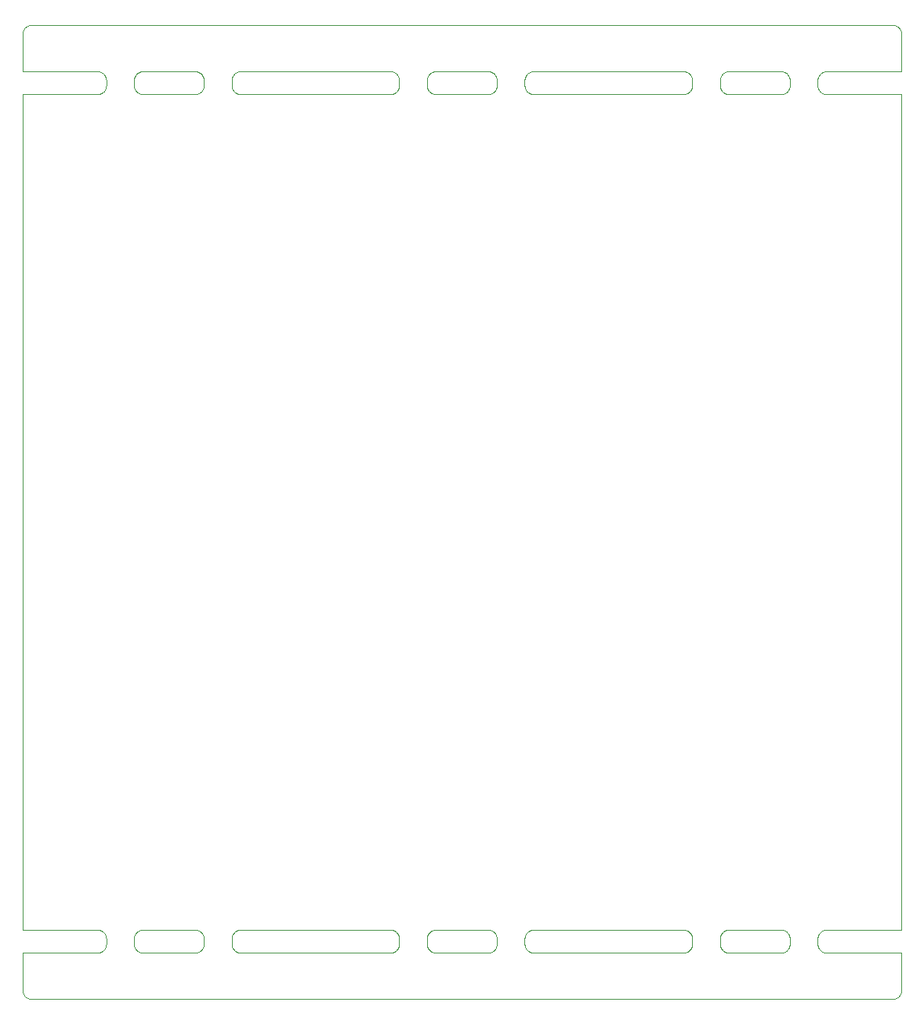
<source format=gbr>
%TF.GenerationSoftware,KiCad,Pcbnew,7.0.5*%
%TF.CreationDate,2023-07-03T18:09:17+02:00*%
%TF.ProjectId,actuator_panel,61637475-6174-46f7-925f-70616e656c2e,rev?*%
%TF.SameCoordinates,Original*%
%TF.FileFunction,Profile,NP*%
%FSLAX46Y46*%
G04 Gerber Fmt 4.6, Leading zero omitted, Abs format (unit mm)*
G04 Created by KiCad (PCBNEW 7.0.5) date 2023-07-03 18:09:17*
%MOMM*%
%LPD*%
G01*
G04 APERTURE LIST*
%TA.AperFunction,Profile*%
%ADD10C,0.100000*%
%TD*%
G04 APERTURE END LIST*
D10*
X195856537Y-124671469D02*
X195856768Y-124671036D01*
X101818243Y-20022139D02*
X101818005Y-20022196D01*
X183032036Y-25004770D02*
X183080262Y-25010718D01*
X187866423Y-25001195D02*
X187915122Y-25000000D01*
X186944025Y-118496861D02*
X186954671Y-118449450D01*
X120101681Y-120083099D02*
X120058278Y-120104946D01*
X144919826Y-27099740D02*
X144891847Y-27060012D01*
X113085718Y-119355262D02*
X113079770Y-119307036D01*
X124025259Y-120005173D02*
X123986952Y-119975278D01*
X123881460Y-118025158D02*
X123914966Y-117989966D01*
X173317125Y-118356480D02*
X173332368Y-118402619D01*
X195073231Y-125194857D02*
X195084913Y-125193417D01*
X156216423Y-25001195D02*
X156265122Y-25000000D01*
X145336144Y-120124637D02*
X145291721Y-120104946D01*
X101026605Y-120204704D02*
X101026353Y-120205125D01*
X144782874Y-118356480D02*
X144800362Y-118311144D01*
X195974870Y-120208830D02*
X195974798Y-120208344D01*
X195898504Y-124582793D02*
X195898692Y-124582340D01*
X109908152Y-118139987D02*
X109934148Y-118181039D01*
X176379770Y-25892963D02*
X176385718Y-25844737D01*
X187325259Y-117894826D02*
X187364987Y-117866847D01*
X172578138Y-117719025D02*
X172625549Y-117729671D01*
X113117631Y-25702619D02*
X113132874Y-25656480D01*
X109278138Y-25019025D02*
X109325549Y-25029671D01*
X140880262Y-27489281D02*
X140832036Y-27495229D01*
X173370229Y-25892963D02*
X173373804Y-25941423D01*
X155600158Y-117956460D02*
X155636952Y-117924721D01*
X195975000Y-124187727D02*
X195975000Y-120212272D01*
X119683576Y-117701195D02*
X119732036Y-117704770D01*
X195972517Y-117696477D02*
X195972829Y-117696097D01*
X195974996Y-120212027D02*
X195974942Y-120209809D01*
X113514987Y-25166847D02*
X113556039Y-25140851D01*
X195969441Y-27501122D02*
X195968997Y-27500912D01*
X113777619Y-120157368D02*
X113731480Y-120142125D01*
X101025593Y-20987987D02*
X101025003Y-21012027D01*
X152108152Y-119760012D02*
X152080173Y-119799740D01*
X109934148Y-118181039D02*
X109958099Y-118223318D01*
X101553963Y-125081768D02*
X101564476Y-125087060D01*
X113400158Y-117956460D02*
X113436952Y-117924721D01*
X195962727Y-120200000D02*
X187915122Y-120200000D01*
X119922380Y-117742631D02*
X119968519Y-117757874D01*
X120567125Y-26843519D02*
X120549637Y-26888855D01*
X101030558Y-117698877D02*
X101031002Y-117699087D01*
X113075000Y-26509877D02*
X113075000Y-25990122D01*
X124615122Y-120200000D02*
X124566423Y-120198804D01*
X152018539Y-118025158D02*
X152050278Y-118061952D01*
X141649637Y-25611144D02*
X141667125Y-25656480D01*
X113641721Y-120104946D02*
X113598318Y-120083099D01*
X109508278Y-117795053D02*
X109551681Y-117816900D01*
X187915122Y-117700000D02*
X195962727Y-117700000D01*
X145381480Y-117757874D02*
X145427619Y-117742631D01*
X152080173Y-118100259D02*
X152108152Y-118139987D01*
X113824450Y-117729671D02*
X113871861Y-117719025D01*
X195973646Y-24994874D02*
X195973877Y-24994441D01*
X101459771Y-20175697D02*
X101459572Y-20175841D01*
X119828138Y-27480974D02*
X119780262Y-27489281D01*
X124064987Y-120033152D02*
X124025259Y-120005173D01*
X195974087Y-27506002D02*
X195973877Y-27505558D01*
X183080262Y-117710718D02*
X183128138Y-117719025D01*
X113170053Y-25566721D02*
X113191900Y-25523318D01*
X152050278Y-118061952D02*
X152080173Y-118100259D01*
X101037027Y-117699996D02*
X101037272Y-117700000D01*
X151835012Y-120033152D02*
X151793960Y-120059148D01*
X110017125Y-119543519D02*
X109999637Y-119588855D01*
X195966655Y-117699798D02*
X195967136Y-117699702D01*
X144949721Y-118061952D02*
X144981460Y-118025158D01*
X156071861Y-120180974D02*
X156024450Y-120170328D01*
X141695328Y-26750549D02*
X141682368Y-26797380D01*
X183895328Y-119450549D02*
X183882368Y-119497380D01*
X101025081Y-117690681D02*
X101025129Y-117691169D01*
X195974942Y-117690190D02*
X195974996Y-117687972D01*
X123654671Y-25749450D02*
X123667631Y-25702619D01*
X195806080Y-124755605D02*
X195806352Y-124755197D01*
X195955534Y-124394790D02*
X195957547Y-124383193D01*
X195955438Y-20804728D02*
X195952860Y-20793243D01*
X195962972Y-27500003D02*
X195962727Y-27500000D01*
X172718519Y-25057874D02*
X172763855Y-25075362D01*
X173234148Y-27018960D02*
X173208152Y-27060012D01*
X156167963Y-117704770D02*
X156216423Y-117701195D01*
X183808099Y-25523318D02*
X183829946Y-25566721D01*
X152199637Y-118311144D02*
X152217125Y-118356480D01*
X173234148Y-119718960D02*
X173208152Y-119760012D01*
X101026878Y-24995703D02*
X101027170Y-24996097D01*
X120335033Y-119910033D02*
X120299841Y-119943539D01*
X123791847Y-27060012D02*
X123765851Y-27018960D01*
X195755321Y-20375464D02*
X195755172Y-20375268D01*
X101025297Y-27507863D02*
X101025201Y-27508344D01*
X123629770Y-119307036D02*
X123626195Y-119258576D01*
X195968997Y-120200912D02*
X195968544Y-120200724D01*
X183635033Y-117989966D02*
X183668539Y-118025158D01*
X141468539Y-118025158D02*
X141500278Y-118061952D01*
X176450362Y-25611144D02*
X176470053Y-25566721D01*
X195158193Y-20017452D02*
X195157950Y-20017413D01*
X176631460Y-25325158D02*
X176664966Y-25289966D01*
X101025129Y-117691169D02*
X101025201Y-117691655D01*
X101469394Y-20168919D02*
X101459771Y-20175697D01*
X152270229Y-26607036D02*
X152264281Y-26655262D01*
X101033344Y-27500201D02*
X101032863Y-27500297D01*
X183914281Y-25844737D02*
X183920229Y-25892963D01*
X120263047Y-27275278D02*
X120224740Y-27305173D01*
X183808099Y-26976681D02*
X183784148Y-27018960D01*
X101072194Y-124501839D02*
X101096985Y-124571128D01*
X145014966Y-27210033D02*
X144981460Y-27174841D01*
X101031917Y-27500559D02*
X101031455Y-27500724D01*
X114065122Y-117700000D02*
X119634877Y-117700000D01*
X172763855Y-120124637D02*
X172718519Y-120142125D01*
X109934148Y-25481039D02*
X109958099Y-25523318D01*
X145125259Y-120005173D02*
X145086952Y-119975278D01*
X195739768Y-124843486D02*
X195739931Y-124843302D01*
X101047196Y-124406994D02*
X101065077Y-124478380D01*
X155391900Y-26976681D02*
X155370053Y-26933278D01*
X145715122Y-120200000D02*
X145666423Y-120198804D01*
X101027482Y-117696477D02*
X101027811Y-117696840D01*
X152179946Y-26933278D02*
X152158099Y-26976681D01*
X151382036Y-27495229D02*
X151333576Y-27498804D01*
X120263047Y-25224721D02*
X120299841Y-25256460D01*
X187866423Y-27498804D02*
X187817963Y-27495229D01*
X101025003Y-120212027D02*
X101025000Y-120212272D01*
X151874740Y-27305173D02*
X151835012Y-27333152D01*
X172433576Y-27498804D02*
X172384877Y-27500000D01*
X113641721Y-25095053D02*
X113686144Y-25075362D01*
X176814987Y-117866847D02*
X176856039Y-117840851D01*
X176541847Y-119760012D02*
X176515851Y-119718960D01*
X109908152Y-27060012D02*
X109880173Y-27099740D01*
X101723392Y-125152885D02*
X101734568Y-125156577D01*
X183700278Y-25361952D02*
X183730173Y-25400259D01*
X120368539Y-25325158D02*
X120400278Y-25361952D01*
X141584148Y-118181039D02*
X141608099Y-118223318D01*
X141720229Y-119307036D02*
X141714281Y-119355262D01*
X187286952Y-27275278D02*
X187250158Y-27243539D01*
X101096985Y-20628871D02*
X101072194Y-20698160D01*
X183524740Y-25194826D02*
X183563047Y-25224721D01*
X101025003Y-21012027D02*
X101025000Y-21012272D01*
X101025912Y-27506002D02*
X101025724Y-27506455D01*
X113731480Y-117757874D02*
X113777619Y-117742631D01*
X145474450Y-117729671D02*
X145521861Y-117719025D01*
X195967136Y-27500297D02*
X195966655Y-27500201D01*
X195934859Y-124478617D02*
X195934922Y-124478380D01*
X173118539Y-119874841D02*
X173085033Y-119910033D01*
X119732036Y-27495229D02*
X119683576Y-27498804D01*
X101309651Y-124898013D02*
X101309818Y-124898193D01*
X155275000Y-118690122D02*
X155276195Y-118641423D01*
X113191900Y-119676681D02*
X113170053Y-119633278D01*
X109749841Y-119943539D02*
X109713047Y-119975278D01*
X155841721Y-120104946D02*
X155798318Y-120083099D01*
X195974798Y-27508344D02*
X195974702Y-27507863D01*
X101200697Y-20434771D02*
X101193919Y-20444394D01*
X119634877Y-117700000D02*
X119683576Y-117701195D01*
X173049841Y-25256460D02*
X173085033Y-25289966D01*
X173355974Y-26703138D02*
X173345328Y-26750549D01*
X120625000Y-118690122D02*
X120625000Y-119209877D01*
X109133576Y-27498804D02*
X109084877Y-27500000D01*
X141682368Y-25702619D02*
X141695328Y-25749450D01*
X101101495Y-124582793D02*
X101106265Y-124593554D01*
X123626195Y-26558576D02*
X123625000Y-26509877D01*
X183222380Y-120157368D02*
X183175549Y-120170328D01*
X119875549Y-27470328D02*
X119828138Y-27480974D01*
X120620229Y-26607036D02*
X120614281Y-26655262D01*
X151708278Y-120104946D02*
X151663855Y-120124637D01*
X195974870Y-24991169D02*
X195974918Y-24990681D01*
X172935012Y-120033152D02*
X172893960Y-120059148D01*
X109418519Y-25057874D02*
X109463855Y-25075362D01*
X101106367Y-20606222D02*
X101106265Y-20606445D01*
X195806080Y-20444394D02*
X195799302Y-20434771D01*
X144725000Y-26509877D02*
X144725000Y-25990122D01*
X187181460Y-119874841D02*
X187149721Y-119838047D01*
X183914281Y-26655262D02*
X183905974Y-26703138D01*
X110032368Y-118402619D02*
X110045328Y-118449450D01*
X195357340Y-125123692D02*
X195357793Y-125123504D01*
X120508099Y-25523318D02*
X120529946Y-25566721D01*
X113094025Y-26703138D02*
X113085718Y-26655262D01*
X101034318Y-117699918D02*
X101034809Y-117699942D01*
X177267963Y-25004770D02*
X177316423Y-25001195D01*
X151708278Y-25095053D02*
X151751681Y-25116900D01*
X141285012Y-27333152D02*
X141243960Y-27359148D01*
X155304671Y-119450549D02*
X155294025Y-119403138D01*
X141723804Y-26558576D02*
X141720229Y-26607036D01*
X110073804Y-25941423D02*
X110075000Y-25990122D01*
X195681718Y-20292934D02*
X195673193Y-20284818D01*
X101025057Y-24990190D02*
X101025057Y-24990190D01*
X155415851Y-119718960D02*
X155391900Y-119676681D01*
X140880262Y-120189281D02*
X140832036Y-120195229D01*
X101543288Y-20124264D02*
X101543076Y-20124388D01*
X155304671Y-118449450D02*
X155317631Y-118402619D01*
X172718519Y-27442125D02*
X172672380Y-27457368D01*
X141468539Y-27174841D02*
X141435033Y-27210033D01*
X101143231Y-124671036D02*
X101143462Y-124671469D01*
X151430262Y-25010718D02*
X151478138Y-25019025D01*
X195862060Y-20539476D02*
X195856768Y-20528963D01*
X145164987Y-27333152D02*
X145125259Y-27305173D01*
X141723804Y-119258576D02*
X141720229Y-119307036D01*
X186944025Y-119403138D02*
X186935718Y-119355262D01*
X101030142Y-124298231D02*
X101031582Y-124309913D01*
X195060759Y-20004213D02*
X194987257Y-20000602D01*
X101025297Y-117692136D02*
X101025416Y-117692612D01*
X156167963Y-27495229D02*
X156119737Y-27489281D01*
X195927885Y-124501607D02*
X195931577Y-124490431D01*
X151874740Y-117894826D02*
X151913047Y-117924721D01*
X144949721Y-27138047D02*
X144919826Y-27099740D01*
X187364987Y-27333152D02*
X187325259Y-27305173D01*
X101031616Y-124310156D02*
X101042413Y-124382950D01*
X183358278Y-120104946D02*
X183313855Y-120124637D01*
X113556039Y-120059148D02*
X113514987Y-120033152D01*
X101025724Y-120206455D02*
X101025559Y-120206917D01*
X101027170Y-24996097D02*
X101027482Y-24996477D01*
X172763855Y-27424637D02*
X172718519Y-27442125D01*
X195974702Y-27507863D02*
X195974583Y-27507387D01*
X109880173Y-27099740D02*
X109850278Y-27138047D01*
X109979946Y-118266721D02*
X109999637Y-118311144D01*
X195934859Y-20721382D02*
X195931720Y-20710038D01*
X141158278Y-25095053D02*
X141201681Y-25116900D01*
X176515851Y-25481039D02*
X176541847Y-25439987D01*
X109182036Y-117704770D02*
X109230262Y-117710718D01*
X101037027Y-27500003D02*
X101034809Y-27500057D01*
X183668539Y-119874841D02*
X183635033Y-119910033D01*
X155317631Y-119497380D02*
X155304671Y-119450549D01*
X144726195Y-25941423D02*
X144729770Y-25892963D01*
X151949841Y-119943539D02*
X151913047Y-119975278D01*
X102012742Y-20000602D02*
X101939240Y-20004213D01*
X101642659Y-125123692D02*
X101653641Y-125127928D01*
X144782874Y-26843519D02*
X144767631Y-26797380D01*
X141435033Y-27210033D02*
X141399841Y-27243539D01*
X113170053Y-119633278D02*
X113150362Y-119588855D01*
X113150362Y-119588855D02*
X113132874Y-119543519D01*
X124469737Y-120189281D02*
X124421861Y-120180974D01*
X124421861Y-120180974D02*
X124374450Y-120170328D01*
X172808278Y-27404946D02*
X172763855Y-27424637D01*
X172625549Y-27470328D02*
X172578138Y-27480974D01*
X155636952Y-27275278D02*
X155600158Y-27243539D01*
X113364966Y-25289966D02*
X113400158Y-25256460D01*
X183128138Y-117719025D02*
X183175549Y-117729671D01*
X176417631Y-26797380D02*
X176404671Y-26750549D01*
X155636952Y-119975278D02*
X155600158Y-119943539D01*
X120529946Y-26933278D02*
X120508099Y-26976681D01*
X173208152Y-119760012D02*
X173180173Y-119799740D01*
X176898318Y-27383099D02*
X176856039Y-27359148D01*
X151913047Y-119975278D02*
X151874740Y-120005173D01*
X119922380Y-25042631D02*
X119968519Y-25057874D01*
X176376195Y-25941423D02*
X176379770Y-25892963D01*
X141530173Y-118100259D02*
X141558152Y-118139987D01*
X109635012Y-27333152D02*
X109593960Y-27359148D01*
X151572380Y-117742631D02*
X151618519Y-117757874D01*
X101326806Y-20284818D02*
X101318281Y-20292934D01*
X101101495Y-20617206D02*
X101101307Y-20617659D01*
X101044465Y-124394790D02*
X101044561Y-124395271D01*
X176394025Y-119403138D02*
X176385718Y-119355262D01*
X124064987Y-25166847D02*
X124106039Y-25140851D01*
X195357340Y-20076307D02*
X195346358Y-20072071D01*
X124615122Y-25000000D02*
X140734877Y-25000000D01*
X151284877Y-25000000D02*
X151284877Y-25000000D01*
X151708278Y-117795053D02*
X151751681Y-117816900D01*
X183730173Y-25400259D02*
X183758152Y-25439987D01*
X101915086Y-125193417D02*
X101926768Y-125194857D01*
X195435302Y-20112831D02*
X195368777Y-20081367D01*
X123700362Y-26888855D02*
X123682874Y-26843519D01*
X140880262Y-25010718D02*
X140928138Y-25019025D01*
X155469826Y-118100259D02*
X155499721Y-118061952D01*
X183925000Y-118690122D02*
X183925000Y-119209877D01*
X120625000Y-119209877D02*
X120623804Y-119258576D01*
X145521861Y-120180974D02*
X145474450Y-120170328D01*
X183668539Y-25325158D02*
X183700278Y-25361952D01*
X141558152Y-27060012D02*
X141530173Y-27099740D01*
X195856768Y-20528963D02*
X195856537Y-20528530D01*
X187721861Y-27480974D02*
X187674450Y-27470328D01*
X101026605Y-117695295D02*
X101026878Y-117695703D01*
X101735038Y-20043279D02*
X101734568Y-20043422D01*
X101030558Y-24998877D02*
X101031002Y-24999087D01*
X183032036Y-120195229D02*
X182983576Y-120198804D01*
X140975549Y-117729671D02*
X141022380Y-117742631D01*
X155279770Y-118592963D02*
X155285718Y-118544737D01*
X113598318Y-117816900D02*
X113641721Y-117795053D01*
X176664966Y-25289966D02*
X176700158Y-25256460D01*
X114016423Y-25001195D02*
X114065122Y-25000000D01*
X151751681Y-117816900D02*
X151793960Y-117840851D01*
X195968544Y-27500724D02*
X195968082Y-27500559D01*
X173299637Y-118311144D02*
X173317125Y-118356480D01*
X120605974Y-25796861D02*
X120614281Y-25844737D01*
X109958099Y-118223318D02*
X109979946Y-118266721D01*
X155499721Y-119838047D02*
X155469826Y-119799740D01*
X101027482Y-120203522D02*
X101027170Y-120203902D01*
X120582368Y-118402619D02*
X120595328Y-118449450D01*
X124281480Y-120142125D02*
X124236144Y-120124637D01*
X120614281Y-118544737D02*
X120620229Y-118592963D01*
X101037272Y-117700000D02*
X109084877Y-117700000D01*
X145050158Y-119943539D02*
X145014966Y-119910033D01*
X101025003Y-117687972D02*
X101025057Y-117690190D01*
X123791847Y-119760012D02*
X123765851Y-119718960D01*
X195850611Y-20518076D02*
X195812778Y-20454956D01*
X173355974Y-119403138D02*
X173345328Y-119450549D01*
X195972517Y-120203522D02*
X195972188Y-120203159D01*
X109635012Y-117866847D02*
X109674740Y-117894826D01*
X109749841Y-117956460D02*
X109785033Y-117989966D01*
X101025081Y-27509318D02*
X101025057Y-27509809D01*
X120224740Y-120005173D02*
X120185012Y-120033152D01*
X120458152Y-119760012D02*
X120430173Y-119799740D01*
X109749841Y-25256460D02*
X109785033Y-25289966D01*
X155798318Y-25116900D02*
X155841721Y-25095053D01*
X123986952Y-27275278D02*
X123950158Y-27243539D01*
X109230262Y-117710718D02*
X109278138Y-117719025D01*
X141201681Y-117816900D02*
X141243960Y-117840851D01*
X195970295Y-117698394D02*
X195970703Y-117698121D01*
X183882368Y-26797380D02*
X183867125Y-26843519D01*
X183485012Y-25166847D02*
X183524740Y-25194826D01*
X109551681Y-27383099D02*
X109508278Y-27404946D01*
X186929770Y-118592963D02*
X186935718Y-118544737D01*
X124281480Y-117757874D02*
X124327619Y-117742631D01*
X183313855Y-120124637D02*
X183268519Y-120142125D01*
X183443960Y-25140851D02*
X183485012Y-25166847D01*
X172763855Y-25075362D02*
X172808278Y-25095053D01*
X101193919Y-20444394D02*
X101193647Y-20444802D01*
X110070229Y-26607036D02*
X110064281Y-26655262D01*
X113191900Y-118223318D02*
X113215851Y-118181039D01*
X195806352Y-20444802D02*
X195806080Y-20444394D01*
X101564476Y-125087060D02*
X101564697Y-125087168D01*
X195934922Y-124478380D02*
X195952803Y-124406994D01*
X110055974Y-119403138D02*
X110045328Y-119450549D01*
X195690181Y-124898193D02*
X195690348Y-124898013D01*
X156216423Y-117701195D02*
X156265122Y-117700000D01*
X151333576Y-27498804D02*
X151284877Y-27500000D01*
X120595328Y-119450549D02*
X120582368Y-119497380D01*
X155294025Y-119403138D02*
X155285718Y-119355262D01*
X101193647Y-124755197D02*
X101193919Y-124755605D01*
X172851681Y-27383099D02*
X172808278Y-27404946D01*
X101260231Y-20356513D02*
X101260068Y-20356697D01*
X187091847Y-27060012D02*
X187065851Y-27018960D01*
X120529946Y-118266721D02*
X120549637Y-118311144D01*
X183222380Y-117742631D02*
X183268519Y-117757874D01*
X145164987Y-120033152D02*
X145125259Y-120005173D01*
X176736952Y-25224721D02*
X176775259Y-25194826D01*
X101025081Y-120209318D02*
X101025057Y-120209809D01*
X195276839Y-20047194D02*
X195276607Y-20047114D01*
X195931720Y-20710038D02*
X195931577Y-20709568D01*
X110073804Y-26558576D02*
X110070229Y-26607036D01*
X101033344Y-117699798D02*
X101033830Y-117699870D01*
X101469802Y-125031352D02*
X101479747Y-125037650D01*
X101029213Y-20914240D02*
X101025602Y-20987742D01*
X173364281Y-25844737D02*
X173370229Y-25892963D01*
X145474450Y-120170328D02*
X145427619Y-120157368D01*
X195962972Y-117699996D02*
X195965190Y-117699942D01*
X123765851Y-118181039D02*
X123791847Y-118139987D01*
X145086952Y-25224721D02*
X145125259Y-25194826D01*
X123819826Y-27099740D02*
X123791847Y-27060012D01*
X155317631Y-118402619D02*
X155332874Y-118356480D01*
X113150362Y-26888855D02*
X113132874Y-26843519D01*
X195902928Y-20628641D02*
X195898692Y-20617659D01*
X145086952Y-27275278D02*
X145050158Y-27243539D01*
X155756039Y-25140851D02*
X155798318Y-25116900D01*
X109230262Y-25010718D02*
X109278138Y-25019025D01*
X101025000Y-117687727D02*
X101025003Y-117687972D01*
X123625000Y-25990122D02*
X123626195Y-25941423D01*
X109463855Y-117775362D02*
X109508278Y-117795053D01*
X123626195Y-25941423D02*
X123629770Y-25892963D01*
X195965681Y-117699918D02*
X195966169Y-117699870D01*
X151572380Y-120157368D02*
X151525549Y-120170328D01*
X144735718Y-119355262D02*
X144729770Y-119307036D01*
X113094025Y-25796861D02*
X113104671Y-25749450D01*
X176417631Y-118402619D02*
X176432874Y-118356480D01*
X195530197Y-125031352D02*
X195530605Y-125031080D01*
X140783576Y-120198804D02*
X140734877Y-120200000D01*
X195435302Y-125087168D02*
X195435523Y-125087060D01*
X109133576Y-117701195D02*
X109182036Y-117704770D01*
X173332368Y-118402619D02*
X173345328Y-118449450D01*
X113556039Y-27359148D02*
X113514987Y-27333152D01*
X195181756Y-20022139D02*
X195170271Y-20019561D01*
X195968082Y-24999440D02*
X195968544Y-24999275D01*
X141113855Y-25075362D02*
X141158278Y-25095053D01*
X177316423Y-117701195D02*
X177365122Y-117700000D01*
X145474450Y-27470328D02*
X145427619Y-27457368D01*
X123819826Y-25400259D02*
X123849721Y-25361952D01*
X195253380Y-20040077D02*
X195181994Y-20022196D01*
X195969874Y-27501353D02*
X195969441Y-27501122D01*
X151835012Y-117866847D02*
X151874740Y-117894826D01*
X101031917Y-117699440D02*
X101032387Y-117699583D01*
X183925000Y-26509877D02*
X183923804Y-26558576D01*
X113132874Y-26843519D02*
X113117631Y-26797380D01*
X195072743Y-125194905D02*
X195073231Y-125194857D01*
X113269826Y-118100259D02*
X113299721Y-118061952D01*
X113436952Y-27275278D02*
X113400158Y-27243539D01*
X173234148Y-118181039D02*
X173258099Y-118223318D01*
X156119737Y-25010718D02*
X156167963Y-25004770D01*
X155499721Y-25361952D02*
X155531460Y-25325158D01*
X176569826Y-119799740D02*
X176541847Y-119760012D01*
X101829728Y-20019561D02*
X101818243Y-20022139D01*
X173258099Y-26976681D02*
X173234148Y-27018960D01*
X113556039Y-117840851D02*
X113598318Y-117816900D01*
X176491900Y-118223318D02*
X176515851Y-118181039D01*
X110017125Y-118356480D02*
X110032368Y-118402619D01*
X195520252Y-125037650D02*
X195530197Y-125031352D01*
X124281480Y-27442125D02*
X124236144Y-27424637D01*
X151478138Y-117719025D02*
X151525549Y-117729671D01*
X123667631Y-119497380D02*
X123654671Y-119450549D01*
X187020053Y-118266721D02*
X187041900Y-118223318D01*
X195927885Y-20698392D02*
X195927805Y-20698160D01*
X177031480Y-25057874D02*
X177077619Y-25042631D01*
X102037027Y-20000003D02*
X102012987Y-20000593D01*
X152232368Y-25702619D02*
X152245328Y-25749450D01*
X101026353Y-24994874D02*
X101026605Y-24995295D01*
X176814987Y-27333152D02*
X176775259Y-27305173D01*
X101047139Y-20793243D02*
X101044561Y-20804728D01*
X195970295Y-120201605D02*
X195969874Y-120201353D01*
X195673013Y-124915348D02*
X195673193Y-124915181D01*
X186944025Y-25796861D02*
X186954671Y-25749450D01*
X113777619Y-27457368D02*
X113731480Y-27442125D01*
X109133576Y-120198804D02*
X109084877Y-120200000D01*
X124281480Y-25057874D02*
X124327619Y-25042631D01*
X176385718Y-119355262D02*
X176379770Y-119307036D01*
X195967612Y-117699583D02*
X195968082Y-117699440D01*
X141714281Y-26655262D02*
X141705974Y-26703138D01*
X183599841Y-119943539D02*
X183563047Y-119975278D01*
X155675259Y-27305173D02*
X155636952Y-27275278D01*
X141682368Y-119497380D02*
X141667125Y-119543519D01*
X124106039Y-27359148D02*
X124064987Y-27333152D01*
X123644025Y-25796861D02*
X123654671Y-25749450D01*
X113075000Y-119209877D02*
X113075000Y-118690122D01*
X120299841Y-27243539D02*
X120263047Y-27275278D01*
X187769737Y-27489281D02*
X187721861Y-27480974D01*
X186954671Y-118449450D02*
X186967631Y-118402619D01*
X101025297Y-24992136D02*
X101025416Y-24992612D01*
X187020053Y-25566721D02*
X187041900Y-25523318D01*
X155931480Y-120142125D02*
X155886144Y-120124637D01*
X177365122Y-27500000D02*
X177316423Y-27498804D01*
X195965681Y-120200081D02*
X195965190Y-120200057D01*
X187149721Y-118061952D02*
X187181460Y-118025158D01*
X109785033Y-119910033D02*
X109749841Y-119943539D01*
X140734877Y-120200000D02*
X124615122Y-120200000D01*
X187721861Y-117719025D02*
X187769737Y-117710718D01*
X145206039Y-117840851D02*
X145248318Y-117816900D01*
X173049841Y-27243539D02*
X173013047Y-27275278D01*
X173364281Y-26655262D02*
X173355974Y-26703138D01*
X195682065Y-124906718D02*
X195690181Y-124898193D01*
X195966169Y-120200129D02*
X195965681Y-120200081D01*
X113079770Y-119307036D02*
X113076195Y-119258576D01*
X120400278Y-118061952D02*
X120430173Y-118100259D01*
X183635033Y-27210033D02*
X183599841Y-27243539D01*
X195974583Y-120207387D02*
X195974440Y-120206917D01*
X151985033Y-119910033D02*
X151949841Y-119943539D01*
X195974440Y-27506917D02*
X195974275Y-27506455D01*
X144981460Y-25325158D02*
X145014966Y-25289966D01*
X141363047Y-119975278D02*
X141324740Y-120005173D01*
X109463855Y-27424637D02*
X109418519Y-27442125D01*
X176385718Y-26655262D02*
X176379770Y-26607036D01*
X172893960Y-117840851D02*
X172935012Y-117866847D01*
X183920229Y-25892963D02*
X183923804Y-25941423D01*
X173049841Y-117956460D02*
X173085033Y-117989966D01*
X144865851Y-118181039D02*
X144891847Y-118139987D01*
X109278138Y-27480974D02*
X109230262Y-27489281D01*
X183668539Y-27174841D02*
X183635033Y-27210033D01*
X145617963Y-25004770D02*
X145666423Y-25001195D01*
X101031002Y-24999087D02*
X101031455Y-24999275D01*
X187214966Y-119910033D02*
X187181460Y-119874841D01*
X173299637Y-25611144D02*
X173317125Y-25656480D01*
X152134148Y-27018960D02*
X152108152Y-27060012D01*
X124517963Y-25004770D02*
X124566423Y-25001195D01*
X123720053Y-25566721D02*
X123741900Y-25523318D01*
X120529946Y-119633278D02*
X120508099Y-119676681D01*
X113400158Y-119943539D02*
X113364966Y-119910033D01*
X182934877Y-25000000D02*
X182983576Y-25001195D01*
X113331460Y-118025158D02*
X113364966Y-117989966D01*
X109278138Y-120180974D02*
X109230262Y-120189281D01*
X176986144Y-117775362D02*
X177031480Y-117757874D01*
X113436952Y-119975278D02*
X113400158Y-119943539D01*
X195973394Y-117695295D02*
X195973646Y-117694874D01*
X123765851Y-119718960D02*
X123741900Y-119676681D01*
X151525549Y-120170328D02*
X151478138Y-120180974D01*
X110032368Y-119497380D02*
X110017125Y-119543519D01*
X151913047Y-27275278D02*
X151874740Y-27305173D01*
X109084877Y-25000000D02*
X109133576Y-25001195D01*
X177124450Y-27470328D02*
X177077619Y-27457368D01*
X101252380Y-124834389D02*
X101260068Y-124843302D01*
X183882368Y-25702619D02*
X183895328Y-25749450D01*
X120430173Y-25400259D02*
X120458152Y-25439987D01*
X155636952Y-117924721D02*
X155675259Y-117894826D01*
X145291721Y-117795053D02*
X145336144Y-117775362D01*
X120013855Y-117775362D02*
X120058278Y-117795053D01*
X187041900Y-119676681D02*
X187020053Y-119633278D01*
X183849637Y-26888855D02*
X183829946Y-26933278D01*
X172625549Y-25029671D02*
X172672380Y-25042631D01*
X123720053Y-118266721D02*
X123741900Y-118223318D01*
X109418519Y-27442125D02*
X109372380Y-27457368D01*
X151751681Y-120083099D02*
X151708278Y-120104946D01*
X145666423Y-117701195D02*
X145715122Y-117700000D01*
X101030142Y-20901768D02*
X101030094Y-20902256D01*
X152158099Y-25523318D02*
X152179946Y-25566721D01*
X123625000Y-118690122D02*
X123625000Y-118690122D01*
X113117631Y-119497380D02*
X113104671Y-119450549D01*
X120185012Y-117866847D02*
X120224740Y-117894826D01*
X109979946Y-26933278D02*
X109958099Y-26976681D01*
X195974440Y-117693082D02*
X195974583Y-117692612D01*
X145014966Y-117989966D02*
X145050158Y-117956460D01*
X173234148Y-25481039D02*
X173258099Y-25523318D01*
X173375000Y-26509877D02*
X173373804Y-26558576D01*
X101034809Y-120200057D02*
X101034318Y-120200081D01*
X195974087Y-24993997D02*
X195974275Y-24993544D01*
X101068279Y-20710038D02*
X101065140Y-20721382D01*
X176376195Y-119258576D02*
X176375000Y-119209877D01*
X141068519Y-27442125D02*
X141022380Y-27457368D01*
X195540427Y-20175841D02*
X195540228Y-20175697D01*
X172384877Y-25000000D02*
X172433576Y-25001195D01*
X176775259Y-117894826D02*
X176814987Y-117866847D01*
X124615122Y-27500000D02*
X124566423Y-27498804D01*
X172433576Y-120198804D02*
X172384877Y-120200000D01*
X186967631Y-25702619D02*
X186982874Y-25656480D01*
X124236144Y-25075362D02*
X124281480Y-25057874D01*
X101032387Y-24999583D02*
X101032863Y-24999702D01*
X195898692Y-124582340D02*
X195902928Y-124571358D01*
X156265122Y-117700000D02*
X172384877Y-117700000D01*
X195965190Y-120200057D02*
X195962972Y-120200003D01*
X195962727Y-25000000D02*
X195962972Y-24999996D01*
X124191721Y-25095053D02*
X124236144Y-25075362D01*
X110017125Y-25656480D02*
X110032368Y-25702619D01*
X195520043Y-20162221D02*
X195456923Y-20124388D01*
X101028902Y-117697829D02*
X101029296Y-117698121D01*
X177267963Y-27495229D02*
X177219737Y-27489281D01*
X101028902Y-120202170D02*
X101028522Y-120202482D01*
X195264961Y-20043279D02*
X195253617Y-20040140D01*
X141705974Y-119403138D02*
X141695328Y-119450549D01*
X144744025Y-118496861D02*
X144754671Y-118449450D01*
X172974740Y-117894826D02*
X173013047Y-117924721D01*
X101829728Y-125180438D02*
X101830209Y-125180534D01*
X124327619Y-25042631D02*
X124374450Y-25029671D01*
X102037027Y-125199996D02*
X102037272Y-125200000D01*
X152158099Y-118223318D02*
X152179946Y-118266721D01*
X155798318Y-117816900D02*
X155841721Y-117795053D01*
X110032368Y-26797380D02*
X110017125Y-26843519D01*
X195812650Y-124745252D02*
X195812778Y-124745043D01*
X177124450Y-25029671D02*
X177171861Y-25019025D01*
X124469737Y-25010718D02*
X124517963Y-25004770D01*
X173180173Y-27099740D02*
X173150278Y-27138047D01*
X120058278Y-117795053D02*
X120101681Y-117816900D01*
X120101681Y-25116900D02*
X120143960Y-25140851D01*
X195357793Y-20076495D02*
X195357340Y-20076307D01*
X120614281Y-119355262D02*
X120605974Y-119403138D01*
X183313855Y-117775362D02*
X183358278Y-117795053D01*
X113731480Y-120142125D02*
X113686144Y-120124637D01*
X101031582Y-20890086D02*
X101030142Y-20901768D01*
X195968417Y-124309913D02*
X195969857Y-124298231D01*
X144726195Y-119258576D02*
X144725000Y-119209877D01*
X113150362Y-118311144D02*
X113170053Y-118266721D01*
X195965190Y-24999942D02*
X195965681Y-24999918D01*
X173208152Y-27060012D02*
X173180173Y-27099740D01*
X176569826Y-118100259D02*
X176599721Y-118061952D01*
X151478138Y-25019025D02*
X151525549Y-25029671D01*
X120400278Y-25361952D02*
X120430173Y-25400259D01*
X113556039Y-25140851D02*
X113598318Y-25116900D01*
X195962972Y-24999996D02*
X195965190Y-24999942D01*
X182983576Y-117701195D02*
X183032036Y-117704770D01*
X101027170Y-27503902D02*
X101026878Y-27504296D01*
X109934148Y-27018960D02*
X109908152Y-27060012D01*
X195456923Y-20124388D02*
X195456711Y-20124264D01*
X114065122Y-27500000D02*
X114016423Y-27498804D01*
X173013047Y-117924721D02*
X173049841Y-117956460D01*
X101034318Y-24999918D02*
X101034809Y-24999942D01*
X101029296Y-117698121D02*
X101029704Y-117698394D01*
X151985033Y-117989966D02*
X152018539Y-118025158D01*
X151284877Y-117700000D02*
X151284877Y-117700000D01*
X119875549Y-25029671D02*
X119922380Y-25042631D01*
X183524740Y-117894826D02*
X183563047Y-117924721D01*
X152050278Y-27138047D02*
X152018539Y-27174841D01*
X176569826Y-25400259D02*
X176599721Y-25361952D01*
X195934922Y-20721619D02*
X195934859Y-20721382D01*
X195971097Y-120202170D02*
X195970703Y-120201878D01*
X172672380Y-120157368D02*
X172625549Y-120170328D01*
X183920229Y-118592963D02*
X183923804Y-118641423D01*
X141667125Y-25656480D02*
X141682368Y-25702619D01*
X110017125Y-26843519D02*
X109999637Y-26888855D01*
X172672380Y-25042631D02*
X172718519Y-25057874D01*
X120143960Y-27359148D02*
X120101681Y-27383099D01*
X124236144Y-27424637D02*
X124191721Y-27404946D01*
X176775259Y-120005173D02*
X176736952Y-119975278D01*
X187286952Y-25224721D02*
X187325259Y-25194826D01*
X123881460Y-25325158D02*
X123914966Y-25289966D01*
X151913047Y-117924721D02*
X151949841Y-117956460D01*
X177219737Y-25010718D02*
X177267963Y-25004770D01*
X173332368Y-119497380D02*
X173317125Y-119543519D01*
X144891847Y-27060012D02*
X144865851Y-27018960D01*
X141243960Y-27359148D02*
X141201681Y-27383099D01*
X173355974Y-118496861D02*
X173364281Y-118544737D01*
X195609010Y-20227069D02*
X195599731Y-20219827D01*
X119634877Y-117700000D02*
X119634877Y-117700000D01*
X195975000Y-27512272D02*
X195974996Y-27512027D01*
X144841900Y-119676681D02*
X144820053Y-119633278D01*
X141608099Y-118223318D02*
X141629946Y-118266721D01*
X151525549Y-27470328D02*
X151478138Y-27480974D01*
X101025559Y-120206917D02*
X101025416Y-120207387D01*
X101746382Y-20040140D02*
X101735038Y-20043279D01*
X155886144Y-27424637D02*
X155841721Y-27404946D01*
X176941721Y-120104946D02*
X176898318Y-120083099D01*
X176385718Y-118544737D02*
X176394025Y-118496861D01*
X113364966Y-119910033D02*
X113331460Y-119874841D01*
X183895328Y-118449450D02*
X183905974Y-118496861D01*
X195957586Y-20817049D02*
X195957547Y-20816806D01*
X145206039Y-120059148D02*
X145164987Y-120033152D01*
X145521861Y-117719025D02*
X145569737Y-117710718D01*
X186967631Y-118402619D02*
X186982874Y-118356480D01*
X156265122Y-120200000D02*
X156216423Y-120198804D01*
X144735718Y-118544737D02*
X144744025Y-118496861D01*
X152108152Y-118139987D02*
X152134148Y-118181039D01*
X113104671Y-25749450D02*
X113117631Y-25702619D01*
X144726195Y-26558576D02*
X144725000Y-26509877D01*
X101326986Y-124915348D02*
X101381513Y-124964768D01*
X101025003Y-27512027D02*
X101025000Y-27512272D01*
X120625000Y-26509877D02*
X120623804Y-26558576D01*
X101072194Y-20698160D02*
X101072114Y-20698392D01*
X173258099Y-119676681D02*
X173234148Y-119718960D01*
X195974440Y-24993082D02*
X195974583Y-24992612D01*
X187817963Y-120195229D02*
X187769737Y-120189281D01*
X120582368Y-26797380D02*
X120567125Y-26843519D01*
X173150278Y-27138047D02*
X173118539Y-27174841D01*
X176394025Y-25796861D02*
X176404671Y-25749450D01*
X155370053Y-119633278D02*
X155350362Y-119588855D01*
X177316423Y-25001195D02*
X177365122Y-25000000D01*
X109508278Y-25095053D02*
X109551681Y-25116900D01*
X110075000Y-25990122D02*
X110075000Y-26509877D01*
X113967963Y-117704770D02*
X114016423Y-117701195D01*
X124106039Y-117840851D02*
X124148318Y-117816900D01*
X183268519Y-27442125D02*
X183222380Y-27457368D01*
X187674450Y-27470328D02*
X187627619Y-27457368D01*
X113967963Y-27495229D02*
X113919737Y-27489281D01*
X120224740Y-25194826D02*
X120263047Y-25224721D01*
X123682874Y-119543519D02*
X123667631Y-119497380D01*
X183080262Y-25010718D02*
X183128138Y-25019025D01*
X101026353Y-27505125D02*
X101026122Y-27505558D01*
X183867125Y-25656480D02*
X183882368Y-25702619D01*
X152270229Y-25892963D02*
X152273804Y-25941423D01*
X187406039Y-27359148D02*
X187364987Y-27333152D01*
X119875549Y-120170328D02*
X119828138Y-120180974D01*
X123644025Y-119403138D02*
X123635718Y-119355262D01*
X177171861Y-27480974D02*
X177124450Y-27470328D01*
X173373804Y-25941423D02*
X173375000Y-25990122D01*
X195739768Y-20356513D02*
X195690348Y-20301986D01*
X173085033Y-119910033D02*
X173049841Y-119943539D01*
X187915122Y-27500000D02*
X187866423Y-27498804D01*
X113364966Y-117989966D02*
X113400158Y-117956460D01*
X195957547Y-124383193D02*
X195957586Y-124382950D01*
X120430173Y-119799740D02*
X120400278Y-119838047D01*
X152270229Y-118592963D02*
X152273804Y-118641423D01*
X172851681Y-120083099D02*
X172808278Y-120104946D01*
X101028159Y-24997188D02*
X101028522Y-24997517D01*
X144820053Y-118266721D02*
X144841900Y-118223318D01*
X123635718Y-26655262D02*
X123629770Y-26607036D01*
X120101681Y-117816900D02*
X120143960Y-117840851D01*
X102012987Y-20000593D02*
X102012742Y-20000602D01*
X151949841Y-117956460D02*
X151985033Y-117989966D01*
X145521861Y-27480974D02*
X145474450Y-27470328D01*
X195974942Y-27509809D02*
X195974918Y-27509318D01*
X173345328Y-118449450D02*
X173355974Y-118496861D01*
X183128138Y-120180974D02*
X183080262Y-120189281D01*
X120368539Y-118025158D02*
X120400278Y-118061952D01*
X113919737Y-120189281D02*
X113871861Y-120180974D01*
X141363047Y-117924721D02*
X141399841Y-117956460D01*
X183222380Y-25042631D02*
X183268519Y-25057874D01*
X172935012Y-25166847D02*
X172974740Y-25194826D01*
X101025201Y-24991655D02*
X101025297Y-24992136D01*
X120185012Y-27333152D02*
X120143960Y-27359148D01*
X140928138Y-27480974D02*
X140880262Y-27489281D01*
X123720053Y-26933278D02*
X123700362Y-26888855D01*
X152080173Y-25400259D02*
X152108152Y-25439987D01*
X110064281Y-118544737D02*
X110070229Y-118592963D01*
X101260068Y-124843302D02*
X101260231Y-124843486D01*
X187581480Y-25057874D02*
X187627619Y-25042631D01*
X187041900Y-25523318D02*
X187065851Y-25481039D01*
X101244827Y-124824731D02*
X101252069Y-124834010D01*
X187627619Y-120157368D02*
X187581480Y-120142125D01*
X173208152Y-118139987D02*
X173234148Y-118181039D01*
X195435523Y-125087060D02*
X195446036Y-125081768D01*
X152080173Y-119799740D02*
X152050278Y-119838047D01*
X195972517Y-24996477D02*
X195972829Y-24996097D01*
X101042413Y-20817049D02*
X101031616Y-20889843D01*
X187817963Y-25004770D02*
X187866423Y-25001195D01*
X176385718Y-25844737D02*
X176394025Y-25796861D01*
X109713047Y-117924721D02*
X109749841Y-117956460D01*
X101025912Y-120206002D02*
X101025724Y-120206455D01*
X176404671Y-25749450D02*
X176417631Y-25702619D01*
X101543288Y-125075735D02*
X101553530Y-125081537D01*
X195368777Y-20081367D02*
X195368554Y-20081265D01*
X113871861Y-117719025D02*
X113919737Y-117710718D01*
X176450362Y-119588855D02*
X176432874Y-119543519D01*
X113436952Y-117924721D02*
X113475259Y-117894826D01*
X113104671Y-119450549D02*
X113094025Y-119403138D01*
X195968544Y-24999275D02*
X195968997Y-24999087D01*
X176856039Y-120059148D02*
X176814987Y-120033152D01*
X152217125Y-25656480D02*
X152232368Y-25702619D01*
X195972188Y-117696840D02*
X195972517Y-117696477D01*
X183829946Y-25566721D02*
X183849637Y-25611144D01*
X183485012Y-27333152D02*
X183443960Y-27359148D01*
X101032863Y-24999702D02*
X101033344Y-24999798D01*
X195158193Y-125182547D02*
X195169790Y-125180534D01*
X173150278Y-25361952D02*
X173180173Y-25400259D01*
X144744025Y-25796861D02*
X144754671Y-25749450D01*
X182934877Y-27500000D02*
X177365122Y-27500000D01*
X195850735Y-20518288D02*
X195850611Y-20518076D01*
X140734877Y-25000000D02*
X140783576Y-25001195D01*
X145427619Y-120157368D02*
X145381480Y-120142125D01*
X113170053Y-118266721D02*
X113191900Y-118223318D01*
X145291721Y-25095053D02*
X145336144Y-25075362D01*
X120529946Y-25566721D02*
X120549637Y-25611144D01*
X144981460Y-118025158D02*
X145014966Y-117989966D01*
X141667125Y-26843519D02*
X141649637Y-26888855D01*
X183401681Y-25116900D02*
X183443960Y-25140851D01*
X195970703Y-27501878D02*
X195970295Y-27501605D01*
X183443960Y-117840851D02*
X183485012Y-117866847D01*
X155441847Y-27060012D02*
X155415851Y-27018960D01*
X183358278Y-117795053D02*
X183401681Y-117816900D01*
X195957586Y-124382950D02*
X195968383Y-124310156D01*
X101400464Y-124980321D02*
X101459572Y-125024158D01*
X101317934Y-124906718D02*
X101318281Y-124907065D01*
X176814987Y-120033152D02*
X176775259Y-120005173D01*
X124191721Y-117795053D02*
X124236144Y-117775362D01*
X183882368Y-119497380D02*
X183867125Y-119543519D01*
X173085033Y-117989966D02*
X173118539Y-118025158D01*
X187406039Y-117840851D02*
X187448318Y-117816900D01*
X195971840Y-27502811D02*
X195971477Y-27502482D01*
X187406039Y-120059148D02*
X187364987Y-120033152D01*
X113085718Y-26655262D02*
X113079770Y-26607036D01*
X101381697Y-124964931D02*
X101390610Y-124972619D01*
X113400158Y-27243539D02*
X113364966Y-27210033D01*
X113475259Y-120005173D02*
X113436952Y-119975278D01*
X109325549Y-25029671D02*
X109372380Y-25042631D01*
X195862168Y-124660302D02*
X195893632Y-124593777D01*
X140928138Y-117719025D02*
X140975549Y-117729671D01*
X109278138Y-117719025D02*
X109325549Y-117729671D01*
X173317125Y-26843519D02*
X173299637Y-26888855D01*
X113967963Y-120195229D02*
X113919737Y-120189281D01*
X123700362Y-25611144D02*
X123720053Y-25566721D01*
X155370053Y-25566721D02*
X155391900Y-25523318D01*
X155279770Y-119307036D02*
X155276195Y-119258576D01*
X113117631Y-118402619D02*
X113132874Y-118356480D01*
X101390610Y-124972619D02*
X101390989Y-124972930D01*
X152275000Y-119209877D02*
X152273804Y-119258576D01*
X101026122Y-27505558D02*
X101025912Y-27506002D01*
X186967631Y-26797380D02*
X186954671Y-26750549D01*
X195970786Y-20914240D02*
X195970771Y-20913995D01*
X101143462Y-20528530D02*
X101143231Y-20528963D01*
X151525549Y-25029671D02*
X151572380Y-25042631D01*
X183895328Y-25749450D02*
X183905974Y-25796861D01*
X156167963Y-25004770D02*
X156216423Y-25001195D01*
X187448318Y-120083099D02*
X187406039Y-120059148D01*
X195747930Y-124834010D02*
X195755172Y-124824731D01*
X141705974Y-25796861D02*
X141714281Y-25844737D01*
X173375000Y-118690122D02*
X173375000Y-119209877D01*
X144744025Y-26703138D02*
X144735718Y-26655262D01*
X109713047Y-119975278D02*
X109674740Y-120005173D01*
X123626195Y-119258576D02*
X123625000Y-119209877D01*
X195952803Y-20793005D02*
X195934922Y-20721619D01*
X110055974Y-25796861D02*
X110064281Y-25844737D01*
X113269826Y-27099740D02*
X113241847Y-27060012D01*
X155285718Y-25844737D02*
X155294025Y-25796861D01*
X156024450Y-25029671D02*
X156071861Y-25019025D01*
X155304671Y-25749450D02*
X155317631Y-25702619D01*
X195931577Y-124490431D02*
X195931720Y-124489961D01*
X101027170Y-117696097D02*
X101027482Y-117696477D01*
X101028902Y-24997829D02*
X101029296Y-24998121D01*
X176404671Y-119450549D02*
X176394025Y-119403138D01*
X123667631Y-25702619D02*
X123682874Y-25656480D01*
X195973877Y-117694441D02*
X195974087Y-117693997D01*
X113436952Y-25224721D02*
X113475259Y-25194826D01*
X144729770Y-118592963D02*
X144735718Y-118544737D01*
X195974440Y-120206917D02*
X195974275Y-120206455D01*
X176375000Y-26509877D02*
X176375000Y-25990122D01*
X101028522Y-120202482D02*
X101028159Y-120202811D01*
X101026878Y-117695703D02*
X101027170Y-117696097D01*
X195973877Y-27505558D02*
X195973646Y-27505125D01*
X182934877Y-117700000D02*
X182983576Y-117701195D01*
X195599535Y-20219678D02*
X195540427Y-20175841D01*
X101841806Y-125182547D02*
X101842049Y-125182586D01*
X155332874Y-118356480D02*
X155350362Y-118311144D01*
X195973646Y-27505125D02*
X195973394Y-27504704D01*
X101553530Y-20118462D02*
X101543288Y-20124264D01*
X124148318Y-120083099D02*
X124106039Y-120059148D01*
X144800362Y-26888855D02*
X144782874Y-26843519D01*
X195856537Y-20528530D02*
X195850735Y-20518288D01*
X120013855Y-27424637D02*
X119968519Y-27442125D01*
X186935718Y-25844737D02*
X186944025Y-25796861D01*
X109749841Y-27243539D02*
X109713047Y-27275278D01*
X186935718Y-26655262D02*
X186929770Y-26607036D01*
X140928138Y-25019025D02*
X140975549Y-25029671D01*
X195850611Y-124681923D02*
X195850735Y-124681711D01*
X124374450Y-25029671D02*
X124421861Y-25019025D01*
X113075000Y-25990122D02*
X113076195Y-25941423D01*
X195618302Y-124964931D02*
X195618486Y-124964768D01*
X109084877Y-27500000D02*
X101037272Y-27500000D01*
X144744025Y-119403138D02*
X144735718Y-119355262D01*
X155798318Y-27383099D02*
X155756039Y-27359148D01*
X195530197Y-20168647D02*
X195520252Y-20162349D01*
X101029704Y-117698394D02*
X101030125Y-117698646D01*
X195968082Y-117699440D02*
X195968544Y-117699275D01*
X141158278Y-27404946D02*
X141113855Y-27424637D01*
X109979946Y-25566721D02*
X109999637Y-25611144D01*
X124106039Y-120059148D02*
X124064987Y-120033152D01*
X195969857Y-20901768D02*
X195968417Y-20890086D01*
X176599721Y-25361952D02*
X176631460Y-25325158D01*
X123914966Y-119910033D02*
X123881460Y-119874841D01*
X140832036Y-120195229D02*
X140783576Y-120198804D01*
X183313855Y-25075362D02*
X183358278Y-25095053D01*
X119968519Y-25057874D02*
X120013855Y-25075362D01*
X172578138Y-120180974D02*
X172530262Y-120189281D01*
X101033830Y-120200129D02*
X101033344Y-120200201D01*
X141558152Y-119760012D02*
X141530173Y-119799740D01*
X101914843Y-125193383D02*
X101915086Y-125193417D01*
X109850278Y-27138047D02*
X109818539Y-27174841D01*
X123765851Y-25481039D02*
X123791847Y-25439987D01*
X101914843Y-20006616D02*
X101842049Y-20017413D01*
X176941721Y-117795053D02*
X176986144Y-117775362D01*
X187091847Y-119760012D02*
X187065851Y-119718960D01*
X155469826Y-27099740D02*
X155441847Y-27060012D01*
X101543076Y-20124388D02*
X101479956Y-20162221D01*
X195893734Y-20606445D02*
X195893632Y-20606222D01*
X109850278Y-119838047D02*
X109818539Y-119874841D01*
X123950158Y-119943539D02*
X123914966Y-119910033D01*
X187406039Y-25140851D02*
X187448318Y-25116900D01*
X173150278Y-118061952D02*
X173180173Y-118100259D01*
X141608099Y-26976681D02*
X141584148Y-27018960D01*
X123849721Y-119838047D02*
X123819826Y-119799740D01*
X119828138Y-117719025D02*
X119875549Y-117729671D01*
X195974798Y-24991655D02*
X195974870Y-24991169D01*
X109850278Y-118061952D02*
X109880173Y-118100259D01*
X113215851Y-27018960D02*
X113191900Y-26976681D01*
X195747619Y-20365610D02*
X195739931Y-20356697D01*
X182983576Y-25001195D02*
X183032036Y-25004770D01*
X151793960Y-120059148D02*
X151751681Y-120083099D01*
X195968383Y-20889843D02*
X195957586Y-20817049D01*
X155332874Y-119543519D02*
X155317631Y-119497380D01*
X123654671Y-26750549D02*
X123644025Y-26703138D01*
X156071861Y-117719025D02*
X156119737Y-117710718D01*
X195446469Y-20118462D02*
X195446036Y-20118231D01*
X195962972Y-120200003D02*
X195962727Y-120200000D01*
X172625549Y-117729671D02*
X172672380Y-117742631D01*
X172482036Y-120195229D02*
X172433576Y-120198804D01*
X195967136Y-24999702D02*
X195967612Y-24999583D01*
X195856768Y-124671036D02*
X195862060Y-124660523D01*
X144767631Y-118402619D02*
X144782874Y-118356480D01*
X101032387Y-27500416D02*
X101031917Y-27500559D01*
X183128138Y-27480974D02*
X183080262Y-27489281D01*
X120368539Y-119874841D02*
X120335033Y-119910033D01*
X176664966Y-117989966D02*
X176700158Y-117956460D01*
X123950158Y-27243539D02*
X123914966Y-27210033D01*
X123682874Y-25656480D02*
X123700362Y-25611144D01*
X119968519Y-27442125D02*
X119922380Y-27457368D01*
X144841900Y-26976681D02*
X144820053Y-26933278D01*
X187536144Y-25075362D02*
X187581480Y-25057874D01*
X183784148Y-118181039D02*
X183808099Y-118223318D01*
X183914281Y-118544737D02*
X183920229Y-118592963D01*
X195974275Y-117693544D02*
X195974440Y-117693082D01*
X123667631Y-26797380D02*
X123654671Y-26750549D01*
X109551681Y-120083099D02*
X109508278Y-120104946D01*
X195974406Y-20987987D02*
X195974397Y-20987742D01*
X101915086Y-20006582D02*
X101914843Y-20006616D01*
X113514987Y-117866847D02*
X113556039Y-117840851D01*
X183443960Y-27359148D02*
X183401681Y-27383099D01*
X177077619Y-27457368D02*
X177031480Y-27442125D01*
X151430262Y-120189281D02*
X151382036Y-120195229D01*
X195681718Y-124907065D02*
X195682065Y-124906718D01*
X141723804Y-25941423D02*
X141725000Y-25990122D01*
X123654671Y-119450549D02*
X123644025Y-119403138D01*
X123741900Y-26976681D02*
X123720053Y-26933278D01*
X109880173Y-118100259D02*
X109908152Y-118139987D01*
X187000362Y-119588855D02*
X186982874Y-119543519D01*
X187581480Y-27442125D02*
X187536144Y-27424637D01*
X101938995Y-125195771D02*
X101939240Y-125195786D01*
X151382036Y-25004770D02*
X151430262Y-25010718D01*
X101025602Y-20987742D02*
X101025593Y-20987987D01*
X141725000Y-118690122D02*
X141725000Y-119209877D01*
X119968519Y-120142125D02*
X119922380Y-120157368D01*
X109508278Y-120104946D02*
X109463855Y-120124637D01*
X113514987Y-120033152D02*
X113475259Y-120005173D01*
X187536144Y-117775362D02*
X187581480Y-117757874D01*
X195253380Y-125159922D02*
X195253617Y-125159859D01*
X119780262Y-120189281D02*
X119732036Y-120195229D01*
X109818539Y-27174841D02*
X109785033Y-27210033D01*
X172530262Y-120189281D02*
X172482036Y-120195229D01*
X123629770Y-118592963D02*
X123635718Y-118544737D01*
X187286952Y-117924721D02*
X187325259Y-117894826D01*
X155441847Y-119760012D02*
X155415851Y-119718960D01*
X151284877Y-25000000D02*
X151333576Y-25001195D01*
X123849721Y-25361952D02*
X123881460Y-25325158D01*
X101642206Y-20076495D02*
X101631445Y-20081265D01*
X101187349Y-20454747D02*
X101187221Y-20454956D01*
X101026353Y-120205125D02*
X101026122Y-120205558D01*
X113215851Y-25481039D02*
X113241847Y-25439987D01*
X183313855Y-27424637D02*
X183268519Y-27442125D01*
X141113855Y-117775362D02*
X141158278Y-117795053D01*
X101034809Y-117699942D02*
X101037027Y-117699996D01*
X140734877Y-27500000D02*
X124615122Y-27500000D01*
X101479956Y-125037778D02*
X101543076Y-125075611D01*
X102037272Y-125200000D02*
X194962727Y-125200000D01*
X109713047Y-25224721D02*
X109749841Y-25256460D01*
X195690181Y-20301806D02*
X195682065Y-20293281D01*
X151430262Y-27489281D02*
X151382036Y-27495229D01*
X195690348Y-20301986D02*
X195690181Y-20301806D01*
X141695328Y-119450549D02*
X141682368Y-119497380D01*
X140832036Y-117704770D02*
X140880262Y-117710718D01*
X195973121Y-27504296D02*
X195972829Y-27503902D01*
X187536144Y-27424637D02*
X187491721Y-27404946D01*
X195368777Y-125118632D02*
X195435302Y-125087168D01*
X101026122Y-117694441D02*
X101026353Y-117694874D01*
X101025912Y-117693997D02*
X101026122Y-117694441D01*
X101026605Y-27504704D02*
X101026353Y-27505125D01*
X120430173Y-27099740D02*
X120400278Y-27138047D01*
X195975000Y-24987727D02*
X195975000Y-21012272D01*
X195974087Y-117693997D02*
X195974275Y-117693544D01*
X195253617Y-125159859D02*
X195264961Y-125156720D01*
X101065140Y-20721382D02*
X101065077Y-20721619D01*
X119780262Y-27489281D02*
X119732036Y-27495229D01*
X140975549Y-25029671D02*
X141022380Y-25042631D01*
X152273804Y-25941423D02*
X152275000Y-25990122D01*
X120263047Y-117924721D02*
X120299841Y-117956460D01*
X113686144Y-25075362D02*
X113731480Y-25057874D01*
X151572380Y-25042631D02*
X151618519Y-25057874D01*
X173258099Y-25523318D02*
X173279946Y-25566721D01*
X113076195Y-118641423D02*
X113079770Y-118592963D01*
X113299721Y-25361952D02*
X113331460Y-25325158D01*
X183925000Y-25990122D02*
X183925000Y-26509877D01*
X177077619Y-120157368D02*
X177031480Y-120142125D01*
X101187349Y-124745252D02*
X101193647Y-124755197D01*
X101025081Y-24990681D02*
X101025129Y-24991169D01*
X183080262Y-120189281D02*
X183032036Y-120195229D01*
X113299721Y-27138047D02*
X113269826Y-27099740D01*
X113919737Y-117710718D02*
X113967963Y-117704770D01*
X186982874Y-118356480D02*
X187000362Y-118311144D01*
X187627619Y-27457368D02*
X187581480Y-27442125D01*
X109593960Y-120059148D02*
X109551681Y-120083099D01*
X119683576Y-120198804D02*
X119634877Y-120200000D01*
X182983576Y-120198804D02*
X182934877Y-120200000D01*
X187448318Y-117816900D02*
X187491721Y-117795053D01*
X101735038Y-125156720D02*
X101746382Y-125159859D01*
X195965190Y-117699942D02*
X195965681Y-117699918D01*
X183905974Y-26703138D02*
X183895328Y-26750549D01*
X194987012Y-20000593D02*
X194962972Y-20000003D01*
X176379770Y-26607036D02*
X176376195Y-26558576D01*
X176450362Y-118311144D02*
X176470053Y-118266721D01*
X195972517Y-27503522D02*
X195972188Y-27503159D01*
X152273804Y-26558576D02*
X152270229Y-26607036D01*
X141705974Y-118496861D02*
X141714281Y-118544737D01*
X119634877Y-120200000D02*
X114065122Y-120200000D01*
X155294025Y-25796861D02*
X155304671Y-25749450D01*
X176470053Y-25566721D02*
X176491900Y-25523318D01*
X120458152Y-25439987D02*
X120484148Y-25481039D01*
X124025259Y-25194826D02*
X124064987Y-25166847D01*
X113170053Y-26933278D02*
X113150362Y-26888855D01*
X113364966Y-27210033D02*
X113331460Y-27174841D01*
X151333576Y-117701195D02*
X151382036Y-117704770D01*
X101034318Y-27500081D02*
X101033830Y-27500129D01*
X120567125Y-118356480D02*
X120582368Y-118402619D01*
X155675259Y-120005173D02*
X155636952Y-119975278D01*
X173279946Y-25566721D02*
X173299637Y-25611144D01*
X187536144Y-120124637D02*
X187491721Y-120104946D01*
X155499721Y-118061952D02*
X155531460Y-118025158D01*
X101031917Y-24999440D02*
X101032387Y-24999583D01*
X123720053Y-119633278D02*
X123700362Y-119588855D01*
X101097071Y-20628641D02*
X101096985Y-20628871D01*
X101734568Y-20043422D02*
X101723392Y-20047114D01*
X123625000Y-25990122D02*
X123625000Y-25990122D01*
X183867125Y-26843519D02*
X183849637Y-26888855D01*
X141158278Y-120104946D02*
X141113855Y-120124637D01*
X172672380Y-27457368D02*
X172625549Y-27470328D01*
X101032863Y-120200297D02*
X101032387Y-120200416D01*
X101244827Y-20375268D02*
X101244678Y-20375464D01*
X144725000Y-119209877D02*
X144725000Y-118690122D01*
X101025559Y-117693082D02*
X101025724Y-117693544D01*
X173370229Y-26607036D02*
X173364281Y-26655262D01*
X176775259Y-27305173D02*
X176736952Y-27275278D01*
X123654671Y-118449450D02*
X123667631Y-118402619D01*
X101137831Y-124660302D02*
X101137939Y-124660523D01*
X113191900Y-25523318D02*
X113215851Y-25481039D01*
X195799158Y-20434572D02*
X195755321Y-20375464D01*
X141720229Y-26607036D02*
X141714281Y-26655262D01*
X123881460Y-119874841D02*
X123849721Y-119838047D01*
X109880173Y-119799740D02*
X109850278Y-119838047D01*
X113824450Y-120170328D02*
X113777619Y-120157368D01*
X109372380Y-25042631D02*
X109418519Y-25057874D01*
X176515851Y-118181039D02*
X176541847Y-118139987D01*
X144919826Y-119799740D02*
X144891847Y-119760012D01*
X141435033Y-25289966D02*
X141468539Y-25325158D01*
X155294025Y-118496861D02*
X155304671Y-118449450D01*
X113400158Y-25256460D02*
X113436952Y-25224721D01*
X173208152Y-25439987D02*
X173234148Y-25481039D01*
X155415851Y-25481039D02*
X155441847Y-25439987D01*
X141500278Y-119838047D02*
X141468539Y-119874841D01*
X195170271Y-20019561D02*
X195169790Y-20019465D01*
X141608099Y-25523318D02*
X141629946Y-25566721D01*
X119968519Y-117757874D02*
X120013855Y-117775362D01*
X101042452Y-20816806D02*
X101042413Y-20817049D01*
X173013047Y-27275278D02*
X172974740Y-27305173D01*
X145336144Y-27424637D02*
X145291721Y-27404946D01*
X172384877Y-120200000D02*
X156265122Y-120200000D01*
X119634877Y-25000000D02*
X119634877Y-25000000D01*
X101068422Y-124490431D02*
X101072114Y-124501607D01*
X176941721Y-27404946D02*
X176898318Y-27383099D01*
X101025000Y-120212272D02*
X101025000Y-124187727D01*
X195618486Y-124964768D02*
X195673013Y-124915348D01*
X195346358Y-125127928D02*
X195357340Y-125123692D01*
X195969441Y-117698877D02*
X195969874Y-117698646D01*
X195971840Y-24997188D02*
X195972188Y-24996840D01*
X101400464Y-20219678D02*
X101400268Y-20219827D01*
X183080262Y-27489281D02*
X183032036Y-27495229D01*
X195609010Y-124972930D02*
X195609389Y-124972619D01*
X120605974Y-118496861D02*
X120614281Y-118544737D01*
X109958099Y-119676681D02*
X109934148Y-119718960D01*
X101101307Y-124582340D02*
X101101495Y-124582793D01*
X151618519Y-120142125D02*
X151572380Y-120157368D01*
X101030125Y-117698646D02*
X101030558Y-117698877D01*
X152050278Y-119838047D02*
X152018539Y-119874841D01*
X195157950Y-20017413D02*
X195085156Y-20006616D01*
X194962972Y-20000003D02*
X194962727Y-20000000D01*
X151708278Y-27404946D02*
X151663855Y-27424637D01*
X101025000Y-124187727D02*
X101025003Y-124187972D01*
X173373804Y-26558576D02*
X173370229Y-26607036D01*
X144725000Y-118690122D02*
X144726195Y-118641423D01*
X102012742Y-125199397D02*
X102012987Y-125199406D01*
X183895328Y-26750549D02*
X183882368Y-26797380D01*
X195530605Y-20168919D02*
X195530197Y-20168647D01*
X109551681Y-117816900D02*
X109593960Y-117840851D01*
X176599721Y-119838047D02*
X176569826Y-119799740D01*
X155931480Y-25057874D02*
X155977619Y-25042631D01*
X101025297Y-120207863D02*
X101025201Y-120208344D01*
X145164987Y-117866847D02*
X145206039Y-117840851D01*
X145617963Y-27495229D02*
X145569737Y-27489281D01*
X101097071Y-124571358D02*
X101101307Y-124582340D01*
X120595328Y-25749450D02*
X120605974Y-25796861D01*
X155350362Y-119588855D02*
X155332874Y-119543519D01*
X195974275Y-27506455D02*
X195974087Y-27506002D01*
X101025602Y-124212257D02*
X101029213Y-124285759D01*
X109325549Y-117729671D02*
X109372380Y-117742631D01*
X120101681Y-27383099D02*
X120058278Y-27404946D01*
X141468539Y-25325158D02*
X141500278Y-25361952D01*
X101252069Y-20365989D02*
X101244827Y-20375268D01*
X101260068Y-20356697D02*
X101252380Y-20365610D01*
X145427619Y-117742631D02*
X145474450Y-117729671D01*
X152179946Y-119633278D02*
X152158099Y-119676681D01*
X176541847Y-27060012D02*
X176515851Y-27018960D01*
X141324740Y-25194826D02*
X141363047Y-25224721D01*
X155285718Y-26655262D02*
X155279770Y-26607036D01*
X182934877Y-25000000D02*
X182934877Y-25000000D01*
X187721861Y-25019025D02*
X187769737Y-25010718D01*
X101068279Y-124489961D02*
X101068422Y-124490431D01*
X109713047Y-27275278D02*
X109674740Y-27305173D01*
X186929770Y-25892963D02*
X186935718Y-25844737D01*
X101653871Y-125128014D02*
X101723160Y-125152805D01*
X151985033Y-27210033D02*
X151949841Y-27243539D01*
X141201681Y-25116900D02*
X141243960Y-25140851D01*
X195972829Y-117696097D02*
X195973121Y-117695703D01*
X195812650Y-20454747D02*
X195806352Y-20444802D01*
X187214966Y-25289966D02*
X187250158Y-25256460D01*
X101309651Y-20301986D02*
X101260231Y-20356513D01*
X113269826Y-119799740D02*
X113241847Y-119760012D01*
X183222380Y-27457368D02*
X183175549Y-27470328D01*
X183905974Y-119403138D02*
X183895328Y-119450549D01*
X173317125Y-119543519D02*
X173299637Y-119588855D01*
X195974870Y-27508830D02*
X195974798Y-27508344D01*
X152264281Y-25844737D02*
X152270229Y-25892963D01*
X120623804Y-119258576D02*
X120620229Y-119307036D01*
X195540228Y-20175697D02*
X195530605Y-20168919D01*
X101042413Y-124382950D02*
X101042452Y-124383193D01*
X152264281Y-26655262D02*
X152255974Y-26703138D01*
X173049841Y-119943539D02*
X173013047Y-119975278D01*
X120484148Y-119718960D02*
X120458152Y-119760012D01*
X101260231Y-124843486D02*
X101309651Y-124898013D01*
X101032387Y-120200416D02*
X101031917Y-120200559D01*
X195973394Y-24995295D02*
X195973646Y-24994874D01*
X195520252Y-20162349D02*
X195520043Y-20162221D01*
X186935718Y-119355262D02*
X186929770Y-119307036D01*
X120620229Y-25892963D02*
X120623804Y-25941423D01*
X195966655Y-24999798D02*
X195967136Y-24999702D01*
X155931480Y-117757874D02*
X155977619Y-117742631D01*
X144767631Y-25702619D02*
X144782874Y-25656480D01*
X172893960Y-120059148D02*
X172851681Y-120083099D01*
X141720229Y-118592963D02*
X141723804Y-118641423D01*
X123881460Y-27174841D02*
X123849721Y-27138047D01*
X155564966Y-119910033D02*
X155531460Y-119874841D01*
X123950158Y-117956460D02*
X123986952Y-117924721D01*
X195974918Y-24990681D02*
X195974942Y-24990190D01*
X144735718Y-25844737D02*
X144744025Y-25796861D01*
X173085033Y-27210033D02*
X173049841Y-27243539D01*
X119634877Y-25000000D02*
X119683576Y-25001195D01*
X155276195Y-119258576D02*
X155275000Y-119209877D01*
X151874740Y-25194826D02*
X151913047Y-25224721D01*
X187325259Y-120005173D02*
X187286952Y-119975278D01*
X113686144Y-27424637D02*
X113641721Y-27404946D01*
X113215851Y-119718960D02*
X113191900Y-119676681D01*
X176404671Y-118449450D02*
X176417631Y-118402619D01*
X172718519Y-120142125D02*
X172672380Y-120157368D01*
X113641721Y-27404946D02*
X113598318Y-27383099D01*
X120582368Y-119497380D02*
X120567125Y-119543519D01*
X176376195Y-118641423D02*
X176379770Y-118592963D01*
X124106039Y-25140851D02*
X124148318Y-25116900D01*
X183358278Y-27404946D02*
X183313855Y-27424637D01*
X109084877Y-120200000D02*
X101037272Y-120200000D01*
X144865851Y-27018960D02*
X144841900Y-26976681D01*
X101309818Y-20301806D02*
X101309651Y-20301986D01*
X123914966Y-117989966D02*
X123950158Y-117956460D01*
X195368554Y-20081265D02*
X195357793Y-20076495D01*
X101553530Y-125081537D02*
X101553963Y-125081768D01*
X155279770Y-26607036D02*
X155276195Y-26558576D01*
X177219737Y-117710718D02*
X177267963Y-117704770D01*
X155294025Y-26703138D02*
X155285718Y-26655262D01*
X187065851Y-27018960D02*
X187041900Y-26976681D01*
X177077619Y-117742631D02*
X177124450Y-117729671D01*
X183599841Y-27243539D02*
X183563047Y-27275278D01*
X101381697Y-20235068D02*
X101381513Y-20235231D01*
X152275000Y-25990122D02*
X152275000Y-26509877D01*
X183905974Y-25796861D02*
X183914281Y-25844737D01*
X183563047Y-25224721D02*
X183599841Y-25256460D01*
X101317934Y-20293281D02*
X101309818Y-20301806D01*
X123986952Y-25224721D02*
X124025259Y-25194826D01*
X113079770Y-26607036D02*
X113076195Y-26558576D01*
X155350362Y-118311144D02*
X155370053Y-118266721D01*
X113777619Y-117742631D02*
X113824450Y-117729671D01*
X101031616Y-20889843D02*
X101031582Y-20890086D01*
X101939240Y-125195786D02*
X102012742Y-125199397D01*
X141285012Y-120033152D02*
X141243960Y-120059148D01*
X187000362Y-25611144D02*
X187020053Y-25566721D01*
X195169790Y-125180534D02*
X195170271Y-125180438D01*
X101926768Y-20005142D02*
X101915086Y-20006582D01*
X195357793Y-125123504D02*
X195368554Y-125118734D01*
X110075000Y-118690122D02*
X110075000Y-119209877D01*
X101252069Y-124834010D02*
X101252380Y-124834389D01*
X120400278Y-119838047D02*
X120368539Y-119874841D01*
X109635012Y-25166847D02*
X109674740Y-25194826D01*
X195974702Y-24992136D02*
X195974798Y-24991655D01*
X176432874Y-25656480D02*
X176450362Y-25611144D01*
X172530262Y-27489281D02*
X172482036Y-27495229D01*
X195966169Y-24999870D02*
X195966655Y-24999798D01*
X101029704Y-24998394D02*
X101030125Y-24998646D01*
X177365122Y-120200000D02*
X177316423Y-120198804D01*
X124517963Y-120195229D02*
X124469737Y-120189281D01*
X195530605Y-125031080D02*
X195540228Y-125024302D01*
X120224740Y-27305173D02*
X120185012Y-27333152D01*
X109182036Y-120195229D02*
X109133576Y-120198804D01*
X195974798Y-120208344D02*
X195974702Y-120207863D01*
X183758152Y-118139987D02*
X183784148Y-118181039D01*
X120582368Y-25702619D02*
X120595328Y-25749450D01*
X101200697Y-124765228D02*
X101200841Y-124765427D01*
X186935718Y-118544737D02*
X186944025Y-118496861D01*
X144767631Y-119497380D02*
X144754671Y-119450549D01*
X152270229Y-119307036D02*
X152264281Y-119355262D01*
X195968082Y-27500559D02*
X195967612Y-27500416D01*
X152108152Y-27060012D02*
X152080173Y-27099740D01*
X101106367Y-124593777D02*
X101137831Y-124660302D01*
X187674450Y-25029671D02*
X187721861Y-25019025D01*
X109818539Y-118025158D02*
X109850278Y-118061952D01*
X195967136Y-120200297D02*
X195966655Y-120200201D01*
X101025129Y-27508830D02*
X101025081Y-27509318D01*
X123682874Y-118356480D02*
X123700362Y-118311144D01*
X144949721Y-25361952D02*
X144981460Y-25325158D01*
X187674450Y-120170328D02*
X187627619Y-120157368D01*
X151751681Y-27383099D02*
X151708278Y-27404946D01*
X195952860Y-20793243D02*
X195952803Y-20793005D01*
X195973121Y-24995703D02*
X195973394Y-24995295D01*
X195974583Y-27507387D02*
X195974440Y-27506917D01*
X113104671Y-26750549D02*
X113094025Y-26703138D01*
X195969905Y-20902256D02*
X195969857Y-20901768D01*
X195971097Y-24997829D02*
X195971477Y-24997517D01*
X156119737Y-27489281D02*
X156071861Y-27480974D01*
X195903014Y-20628871D02*
X195902928Y-20628641D01*
X187491721Y-120104946D02*
X187448318Y-120083099D01*
X101025201Y-117691655D02*
X101025297Y-117692136D01*
X183905974Y-118496861D02*
X183914281Y-118544737D01*
X173370229Y-119307036D02*
X173364281Y-119355262D01*
X195965681Y-24999918D02*
X195966169Y-24999870D01*
X123625000Y-26509877D02*
X123625000Y-25990122D01*
X101459771Y-125024302D02*
X101469394Y-125031080D01*
X101143231Y-20528963D02*
X101137939Y-20539476D01*
X101034318Y-120200081D02*
X101033830Y-120200129D01*
X195967612Y-120200416D02*
X195967136Y-120200297D01*
X109674740Y-27305173D02*
X109635012Y-27333152D01*
X124148318Y-25116900D02*
X124191721Y-25095053D01*
X120549637Y-25611144D02*
X120567125Y-25656480D01*
X186926195Y-119258576D02*
X186925000Y-119209877D01*
X123644025Y-118496861D02*
X123654671Y-118449450D01*
X101025559Y-24993082D02*
X101025724Y-24993544D01*
X155391900Y-25523318D02*
X155415851Y-25481039D01*
X155285718Y-118544737D02*
X155294025Y-118496861D01*
X113641721Y-117795053D02*
X113686144Y-117775362D01*
X187181460Y-27174841D02*
X187149721Y-27138047D01*
X114065122Y-120200000D02*
X114016423Y-120198804D01*
X195755172Y-20375268D02*
X195747930Y-20365989D01*
X144919826Y-118100259D02*
X144949721Y-118061952D01*
X101746382Y-125159859D02*
X101746619Y-125159922D01*
X109463855Y-25075362D02*
X109508278Y-25095053D01*
X141725000Y-119209877D02*
X141723804Y-119258576D01*
X101025416Y-24992612D02*
X101025559Y-24993082D01*
X141285012Y-117866847D02*
X141324740Y-117894826D01*
X156119737Y-117710718D02*
X156167963Y-117704770D01*
X110055974Y-26703138D02*
X110045328Y-26750549D01*
X141399841Y-119943539D02*
X141363047Y-119975278D01*
X101044561Y-124395271D02*
X101047139Y-124406756D01*
X101026605Y-24995295D02*
X101026878Y-24995703D01*
X151663855Y-117775362D02*
X151708278Y-117795053D01*
X101065077Y-20721619D02*
X101047196Y-20793005D01*
X195967612Y-27500416D02*
X195967136Y-27500297D01*
X187769737Y-120189281D02*
X187721861Y-120180974D01*
X195970295Y-24998394D02*
X195970703Y-24998121D01*
X144820053Y-119633278D02*
X144800362Y-119588855D01*
X145336144Y-25075362D02*
X145381480Y-25057874D01*
X123625000Y-119209877D02*
X123625000Y-118690122D01*
X195862168Y-20539697D02*
X195862060Y-20539476D01*
X120614281Y-25844737D02*
X120620229Y-25892963D01*
X141022380Y-117742631D02*
X141068519Y-117757874D01*
X113075000Y-118690122D02*
X113076195Y-118641423D01*
X101027811Y-27503159D02*
X101027482Y-27503522D01*
X120567125Y-25656480D02*
X120582368Y-25702619D01*
X187119826Y-118100259D02*
X187149721Y-118061952D01*
X141399841Y-117956460D02*
X141435033Y-117989966D01*
X109934148Y-119718960D02*
X109908152Y-119760012D01*
X155441847Y-118139987D02*
X155469826Y-118100259D01*
X141725000Y-25990122D02*
X141725000Y-26509877D01*
X101106265Y-124593554D02*
X101106367Y-124593777D01*
X156024450Y-120170328D02*
X155977619Y-120157368D01*
X101939240Y-20004213D02*
X101938995Y-20004228D01*
X151793960Y-25140851D02*
X151835012Y-25166847D01*
X173085033Y-25289966D02*
X173118539Y-25325158D01*
X145666423Y-27498804D02*
X145617963Y-27495229D01*
X101818243Y-125177860D02*
X101829728Y-125180438D01*
X195927805Y-20698160D02*
X195903014Y-20628871D01*
X195973877Y-24994441D02*
X195974087Y-24993997D01*
X187364987Y-120033152D02*
X187325259Y-120005173D01*
X156071861Y-25019025D02*
X156119737Y-25010718D01*
X101025724Y-117693544D02*
X101025912Y-117693997D01*
X176898318Y-120083099D02*
X176856039Y-120059148D01*
X195970771Y-124286004D02*
X195970786Y-124285759D01*
X101044465Y-20805209D02*
X101042452Y-20816806D01*
X109908152Y-25439987D02*
X109934148Y-25481039D01*
X109463855Y-120124637D02*
X109418519Y-120142125D01*
X144949721Y-119838047D02*
X144919826Y-119799740D01*
X123644025Y-26703138D02*
X123635718Y-26655262D01*
X124064987Y-117866847D02*
X124106039Y-117840851D01*
X101027811Y-24996840D02*
X101028159Y-24997188D01*
X140783576Y-27498804D02*
X140734877Y-27500000D01*
X141723804Y-118641423D02*
X141725000Y-118690122D01*
X101025201Y-27508344D02*
X101025129Y-27508830D01*
X101149388Y-20518076D02*
X101149264Y-20518288D01*
X113686144Y-117775362D02*
X113731480Y-117757874D01*
X145381480Y-120142125D02*
X145336144Y-120124637D01*
X101631445Y-125118734D02*
X101642206Y-125123504D01*
X120620229Y-118592963D02*
X120623804Y-118641423D01*
X155886144Y-120124637D02*
X155841721Y-120104946D01*
X152179946Y-25566721D02*
X152199637Y-25611144D01*
X141530173Y-25400259D02*
X141558152Y-25439987D01*
X176470053Y-118266721D02*
X176491900Y-118223318D01*
X195974996Y-124187972D02*
X195975000Y-124187727D01*
X187250158Y-27243539D02*
X187214966Y-27210033D01*
X173118539Y-25325158D02*
X173150278Y-25361952D01*
X144729770Y-25892963D02*
X144735718Y-25844737D01*
X151663855Y-27424637D02*
X151618519Y-27442125D01*
X155841721Y-117795053D02*
X155886144Y-117775362D01*
X183563047Y-27275278D02*
X183524740Y-27305173D01*
X141629946Y-26933278D02*
X141608099Y-26976681D01*
X195970703Y-117698121D02*
X195971097Y-117697829D01*
X144800362Y-119588855D02*
X144782874Y-119543519D01*
X195955438Y-124395271D02*
X195955534Y-124394790D01*
X101025129Y-24991169D02*
X101025201Y-24991655D01*
X101037272Y-120200000D02*
X101037027Y-120200003D01*
X120013855Y-25075362D02*
X120058278Y-25095053D01*
X145569737Y-25010718D02*
X145617963Y-25004770D01*
X152273804Y-119258576D02*
X152270229Y-119307036D01*
X109999637Y-26888855D02*
X109979946Y-26933278D01*
X176541847Y-118139987D02*
X176569826Y-118100259D01*
X195599535Y-124980321D02*
X195599731Y-124980172D01*
X113085718Y-118544737D02*
X113094025Y-118496861D01*
X101149264Y-20518288D02*
X101143462Y-20528530D01*
X155600158Y-25256460D02*
X155636952Y-25224721D01*
X176404671Y-26750549D02*
X176394025Y-26703138D01*
X124421861Y-25019025D02*
X124469737Y-25010718D01*
X156167963Y-120195229D02*
X156119737Y-120189281D01*
X172530262Y-117710718D02*
X172578138Y-117719025D01*
X183808099Y-119676681D02*
X183784148Y-119718960D01*
X195972188Y-27503159D02*
X195971840Y-27502811D01*
X145291721Y-120104946D02*
X145248318Y-120083099D01*
X152018539Y-119874841D02*
X151985033Y-119910033D01*
X144754671Y-25749450D02*
X144767631Y-25702619D01*
X187149721Y-119838047D02*
X187119826Y-119799740D01*
X120567125Y-119543519D02*
X120549637Y-119588855D01*
X186982874Y-25656480D02*
X187000362Y-25611144D01*
X187581480Y-120142125D02*
X187536144Y-120124637D01*
X195902928Y-124571358D02*
X195903014Y-124571128D01*
X173375000Y-119209877D02*
X173373804Y-119258576D01*
X195755321Y-124824535D02*
X195799158Y-124765427D01*
X173118539Y-118025158D02*
X173150278Y-118061952D01*
X114016423Y-117701195D02*
X114065122Y-117700000D01*
X152050278Y-25361952D02*
X152080173Y-25400259D01*
X113871861Y-25019025D02*
X113919737Y-25010718D01*
X176515851Y-119718960D02*
X176491900Y-119676681D01*
X177316423Y-27498804D02*
X177267963Y-27495229D01*
X195974798Y-117691655D02*
X195974870Y-117691169D01*
X176375000Y-119209877D02*
X176375000Y-118690122D01*
X183443960Y-120059148D02*
X183401681Y-120083099D01*
X173364281Y-118544737D02*
X173370229Y-118592963D01*
X141682368Y-26797380D02*
X141667125Y-26843519D01*
X109999637Y-25611144D02*
X110017125Y-25656480D01*
X109999637Y-119588855D02*
X109979946Y-119633278D01*
X195974397Y-20987742D02*
X195970786Y-20914240D01*
X141435033Y-119910033D02*
X141399841Y-119943539D01*
X101029296Y-27501878D02*
X101028902Y-27502170D01*
X120058278Y-27404946D02*
X120013855Y-27424637D01*
X101564476Y-20112939D02*
X101553963Y-20118231D01*
X109674740Y-25194826D02*
X109713047Y-25224721D01*
X101037272Y-27500000D02*
X101037027Y-27500003D01*
X113150362Y-25611144D02*
X113170053Y-25566721D01*
X151284877Y-120200000D02*
X145715122Y-120200000D01*
X101029213Y-124285759D02*
X101029228Y-124286004D01*
X101025416Y-27507387D02*
X101025297Y-27507863D01*
X187866423Y-117701195D02*
X187915122Y-117700000D01*
X187364987Y-117866847D02*
X187406039Y-117840851D01*
X101027170Y-120203902D02*
X101026878Y-120204296D01*
X187915122Y-120200000D02*
X187866423Y-120198804D01*
X101723160Y-125152805D02*
X101723392Y-125152885D01*
X151525549Y-117729671D02*
X151572380Y-117742631D01*
X141201681Y-120083099D02*
X141158278Y-120104946D01*
X144865851Y-119718960D02*
X144841900Y-119676681D01*
X195972829Y-27503902D02*
X195972517Y-27503522D01*
X195973394Y-120204704D02*
X195973121Y-120204296D01*
X176375000Y-25990122D02*
X176376195Y-25941423D01*
X144782874Y-119543519D02*
X144767631Y-119497380D01*
X101031917Y-120200559D02*
X101031455Y-120200724D01*
X195966655Y-27500201D02*
X195966169Y-27500129D01*
X156265122Y-27500000D02*
X156216423Y-27498804D01*
X109551681Y-25116900D02*
X109593960Y-25140851D01*
X173180173Y-118100259D02*
X173208152Y-118139987D01*
X101033830Y-117699870D02*
X101034318Y-117699918D01*
X187119826Y-119799740D02*
X187091847Y-119760012D01*
X187491721Y-25095053D02*
X187536144Y-25075362D01*
X141500278Y-118061952D02*
X141530173Y-118100259D01*
X145125259Y-25194826D02*
X145164987Y-25166847D01*
X195181994Y-20022196D02*
X195181756Y-20022139D01*
X109593960Y-25140851D02*
X109635012Y-25166847D01*
X101137939Y-20539476D02*
X101137831Y-20539697D01*
X141243960Y-25140851D02*
X141285012Y-25166847D01*
X195435523Y-20112939D02*
X195435302Y-20112831D01*
X101381513Y-20235231D02*
X101326986Y-20284651D01*
X152232368Y-119497380D02*
X152217125Y-119543519D01*
X183128138Y-25019025D02*
X183175549Y-25029671D01*
X140928138Y-120180974D02*
X140880262Y-120189281D01*
X195799302Y-124765228D02*
X195806080Y-124755605D01*
X172974740Y-27305173D02*
X172935012Y-27333152D01*
X172718519Y-117757874D02*
X172763855Y-117775362D01*
X101642659Y-20076307D02*
X101642206Y-20076495D01*
X109508278Y-27404946D02*
X109463855Y-27424637D01*
X113132874Y-119543519D02*
X113117631Y-119497380D01*
X195970786Y-124285759D02*
X195974397Y-124212257D01*
X101025003Y-124187972D02*
X101025593Y-124212012D01*
X101029228Y-124286004D02*
X101030094Y-124297743D01*
X141022380Y-25042631D02*
X141068519Y-25057874D01*
X101033830Y-24999870D02*
X101034318Y-24999918D01*
X140832036Y-25004770D02*
X140880262Y-25010718D01*
X101318281Y-124907065D02*
X101326806Y-124915181D01*
X183829946Y-119633278D02*
X183808099Y-119676681D01*
X195952860Y-124406756D02*
X195955438Y-124395271D01*
X124327619Y-27457368D02*
X124281480Y-27442125D01*
X110055974Y-118496861D02*
X110064281Y-118544737D01*
X101031455Y-24999275D02*
X101031917Y-24999440D01*
X124566423Y-27498804D02*
X124517963Y-27495229D01*
X101252380Y-20365610D02*
X101252069Y-20365989D01*
X195072743Y-20005094D02*
X195061004Y-20004228D01*
X152245328Y-26750549D02*
X152232368Y-26797380D01*
X124566423Y-120198804D02*
X124517963Y-120195229D01*
X101034809Y-27500057D02*
X101034318Y-27500081D01*
X101028159Y-120202811D02*
X101027811Y-120203159D01*
X155931480Y-27442125D02*
X155886144Y-27424637D01*
X145086952Y-117924721D02*
X145125259Y-117894826D01*
X109958099Y-26976681D02*
X109934148Y-27018960D01*
X145474450Y-25029671D02*
X145521861Y-25019025D01*
X195599731Y-124980172D02*
X195609010Y-124972930D01*
X141201681Y-27383099D02*
X141158278Y-27404946D01*
X120508099Y-118223318D02*
X120529946Y-118266721D01*
X195618486Y-20235231D02*
X195618302Y-20235068D01*
X155564966Y-25289966D02*
X155600158Y-25256460D01*
X152275000Y-118690122D02*
X152275000Y-119209877D01*
X123635718Y-25844737D02*
X123644025Y-25796861D01*
X155756039Y-120059148D02*
X155714987Y-120033152D01*
X195974583Y-24992612D02*
X195974702Y-24992136D01*
X183524740Y-27305173D02*
X183485012Y-27333152D01*
X110064281Y-119355262D02*
X110055974Y-119403138D01*
X101065077Y-124478380D02*
X101065140Y-124478617D01*
X183175549Y-25029671D02*
X183222380Y-25042631D01*
X152273804Y-118641423D02*
X152275000Y-118690122D01*
X101030094Y-124297743D02*
X101030142Y-124298231D01*
X145715122Y-27500000D02*
X145666423Y-27498804D01*
X101047196Y-20793005D02*
X101047139Y-20793243D01*
X152217125Y-119543519D02*
X152199637Y-119588855D01*
X176736952Y-27275278D02*
X176700158Y-27243539D01*
X101028902Y-27502170D02*
X101028522Y-27502482D01*
X144754671Y-118449450D02*
X144767631Y-118402619D01*
X195974275Y-24993544D02*
X195974440Y-24993082D01*
X187020053Y-119633278D02*
X187000362Y-119588855D01*
X101033830Y-27500129D02*
X101033344Y-27500201D01*
X186982874Y-119543519D02*
X186967631Y-119497380D01*
X141584148Y-119718960D02*
X141558152Y-119760012D01*
X120013855Y-120124637D02*
X119968519Y-120142125D01*
X120058278Y-120104946D02*
X120013855Y-120124637D01*
X145715122Y-25000000D02*
X151284877Y-25000000D01*
X120299841Y-117956460D02*
X120335033Y-117989966D01*
X187250158Y-25256460D02*
X187286952Y-25224721D01*
X183829946Y-118266721D02*
X183849637Y-118311144D01*
X195799302Y-20434771D02*
X195799158Y-20434572D01*
X177365122Y-117700000D02*
X182934877Y-117700000D01*
X183563047Y-117924721D02*
X183599841Y-117956460D01*
X119780262Y-117710718D02*
X119828138Y-117719025D01*
X101037027Y-120200003D02*
X101034809Y-120200057D01*
X195264961Y-125156720D02*
X195265431Y-125156577D01*
X144800362Y-118311144D02*
X144820053Y-118266721D01*
X195346128Y-20071985D02*
X195276839Y-20047194D01*
X173317125Y-25656480D02*
X173332368Y-25702619D01*
X176736952Y-117924721D02*
X176775259Y-117894826D01*
X172851681Y-25116900D02*
X172893960Y-25140851D01*
X141022380Y-120157368D02*
X140975549Y-120170328D01*
X156071861Y-27480974D02*
X156024450Y-27470328D01*
X140734877Y-117700000D02*
X140783576Y-117701195D01*
X187448318Y-25116900D02*
X187491721Y-25095053D01*
X101025724Y-27506455D02*
X101025559Y-27506917D01*
X183784148Y-25481039D02*
X183808099Y-25523318D01*
X140880262Y-117710718D02*
X140928138Y-117719025D01*
X152158099Y-26976681D02*
X152134148Y-27018960D01*
X101723392Y-20047114D02*
X101723160Y-20047194D01*
X195618302Y-20235068D02*
X195609389Y-20227380D01*
X101030558Y-27501122D02*
X101030125Y-27501353D01*
X195368554Y-125118734D02*
X195368777Y-125118632D01*
X173299637Y-119588855D02*
X173279946Y-119633278D01*
X113686144Y-120124637D02*
X113641721Y-120104946D01*
X101149388Y-124681923D02*
X101187221Y-124745043D01*
X195084913Y-20006582D02*
X195073231Y-20005142D01*
X101193919Y-124755605D02*
X101200697Y-124765228D01*
X183758152Y-25439987D02*
X183784148Y-25481039D01*
X141022380Y-27457368D02*
X140975549Y-27470328D01*
X195968997Y-24999087D02*
X195969441Y-24998877D01*
X101031455Y-120200724D02*
X101031002Y-120200912D01*
X140832036Y-27495229D02*
X140783576Y-27498804D01*
X195520043Y-125037778D02*
X195520252Y-125037650D01*
X101927256Y-125194905D02*
X101938995Y-125195771D01*
X113871861Y-27480974D02*
X113824450Y-27470328D01*
X195969874Y-120201353D02*
X195969441Y-120201122D01*
X120143960Y-117840851D02*
X120185012Y-117866847D01*
X145050158Y-27243539D02*
X145014966Y-27210033D01*
X173345328Y-119450549D02*
X173332368Y-119497380D01*
X152018539Y-27174841D02*
X151985033Y-27210033D01*
X195972829Y-120203902D02*
X195972517Y-120203522D01*
X144735718Y-26655262D02*
X144729770Y-26607036D01*
X141649637Y-119588855D02*
X141629946Y-119633278D01*
X155469826Y-25400259D02*
X155499721Y-25361952D01*
X144820053Y-26933278D02*
X144800362Y-26888855D01*
X195974870Y-117691169D02*
X195974918Y-117690681D01*
X151835012Y-27333152D02*
X151793960Y-27359148D01*
X195898692Y-20617659D02*
X195898504Y-20617206D01*
X155886144Y-117775362D02*
X155931480Y-117757874D01*
X113598318Y-120083099D02*
X113556039Y-120059148D01*
X195927805Y-124501839D02*
X195927885Y-124501607D01*
X187364987Y-25166847D02*
X187406039Y-25140851D01*
X194962727Y-20000000D02*
X102037272Y-20000000D01*
X173258099Y-118223318D02*
X173279946Y-118266721D01*
X141530173Y-119799740D02*
X141500278Y-119838047D01*
X123849721Y-118061952D02*
X123881460Y-118025158D01*
X101025000Y-21012272D02*
X101025000Y-24987727D01*
X113132874Y-25656480D02*
X113150362Y-25611144D01*
X101842049Y-125182586D02*
X101914843Y-125193383D01*
X186982874Y-26843519D02*
X186967631Y-26797380D01*
X152018539Y-25325158D02*
X152050278Y-25361952D01*
X195969441Y-120201122D02*
X195968997Y-120200912D01*
X187181460Y-25325158D02*
X187214966Y-25289966D01*
X155275000Y-118690122D02*
X155275000Y-118690122D01*
X120430173Y-118100259D02*
X120458152Y-118139987D01*
X101143462Y-124671469D02*
X101149264Y-124681711D01*
X101028522Y-117697517D02*
X101028902Y-117697829D01*
X101642206Y-125123504D02*
X101642659Y-125123692D01*
X152199637Y-26888855D02*
X152179946Y-26933278D01*
X144820053Y-25566721D02*
X144841900Y-25523318D01*
X101025593Y-124212012D02*
X101025602Y-124212257D01*
X195971477Y-117697517D02*
X195971840Y-117697188D01*
X173375000Y-25990122D02*
X173375000Y-26509877D01*
X113331460Y-25325158D02*
X113364966Y-25289966D01*
X183032036Y-117704770D02*
X183080262Y-117710718D01*
X195966169Y-27500129D02*
X195965681Y-27500081D01*
X101025559Y-27506917D02*
X101025416Y-27507387D01*
X172851681Y-117816900D02*
X172893960Y-117840851D01*
X195974996Y-117687972D02*
X195975000Y-117687727D01*
X176856039Y-25140851D02*
X176898318Y-25116900D01*
X195276839Y-125152805D02*
X195346128Y-125128014D01*
X176700158Y-119943539D02*
X176664966Y-119910033D01*
X145248318Y-117816900D02*
X145291721Y-117795053D01*
X123914966Y-25289966D02*
X123950158Y-25256460D01*
X176394025Y-118496861D02*
X176404671Y-118449450D01*
X183268519Y-117757874D02*
X183313855Y-117775362D01*
X141558152Y-118139987D02*
X141584148Y-118181039D01*
X109850278Y-25361952D02*
X109880173Y-25400259D01*
X155391900Y-118223318D02*
X155415851Y-118181039D01*
X155350362Y-26888855D02*
X155332874Y-26843519D01*
X183700278Y-119838047D02*
X183668539Y-119874841D01*
X109674740Y-120005173D02*
X109635012Y-120033152D01*
X183867125Y-119543519D02*
X183849637Y-119588855D01*
X155756039Y-117840851D02*
X155798318Y-117816900D01*
X155317631Y-25702619D02*
X155332874Y-25656480D01*
X145427619Y-27457368D02*
X145381480Y-27442125D01*
X187149721Y-27138047D02*
X187119826Y-27099740D01*
X145125259Y-27305173D02*
X145086952Y-27275278D01*
X195970703Y-24998121D02*
X195971097Y-24997829D01*
X195850735Y-124681711D02*
X195856537Y-124671469D01*
X123849721Y-27138047D02*
X123819826Y-27099740D01*
X176664966Y-27210033D02*
X176631460Y-27174841D01*
X183268519Y-25057874D02*
X183313855Y-25075362D01*
X113104671Y-118449450D02*
X113117631Y-118402619D01*
X101072114Y-20698392D02*
X101068422Y-20709568D01*
X113331460Y-27174841D02*
X113299721Y-27138047D01*
X176700158Y-25256460D02*
X176736952Y-25224721D01*
X177316423Y-120198804D02*
X177267963Y-120195229D01*
X101029704Y-120201605D02*
X101029296Y-120201878D01*
X187915122Y-25000000D02*
X195962727Y-25000000D01*
X120335033Y-27210033D02*
X120299841Y-27243539D01*
X195970771Y-20913995D02*
X195969905Y-20902256D01*
X183175549Y-27470328D02*
X183128138Y-27480974D01*
X120335033Y-25289966D02*
X120368539Y-25325158D01*
X101029704Y-27501605D02*
X101029296Y-27501878D01*
X176450362Y-26888855D02*
X176432874Y-26843519D01*
X195682065Y-20293281D02*
X195681718Y-20292934D01*
X113079770Y-25892963D02*
X113085718Y-25844737D01*
X155531460Y-118025158D02*
X155564966Y-117989966D01*
X195973121Y-117695703D02*
X195973394Y-117695295D01*
X195974996Y-24987972D02*
X195975000Y-24987727D01*
X124025259Y-117894826D02*
X124064987Y-117866847D01*
X120549637Y-118311144D02*
X120567125Y-118356480D01*
X101390989Y-20227069D02*
X101390610Y-20227380D01*
X187020053Y-26933278D02*
X187000362Y-26888855D01*
X101746619Y-125159922D02*
X101818005Y-125177803D01*
X140975549Y-27470328D02*
X140928138Y-27480974D01*
X145569737Y-117710718D02*
X145617963Y-117704770D01*
X176599721Y-118061952D02*
X176631460Y-118025158D01*
X183925000Y-119209877D02*
X183923804Y-119258576D01*
X109230262Y-27489281D02*
X109182036Y-27495229D01*
X113241847Y-25439987D02*
X113269826Y-25400259D01*
X195967136Y-117699702D02*
X195967612Y-117699583D01*
X124148318Y-27383099D02*
X124106039Y-27359148D01*
X195967612Y-24999583D02*
X195968082Y-24999440D01*
X101037027Y-24999996D02*
X101037272Y-25000000D01*
X183849637Y-25611144D02*
X183867125Y-25656480D01*
X195862060Y-124660523D02*
X195862168Y-124660302D01*
X140783576Y-25001195D02*
X140832036Y-25004770D01*
X101553963Y-20118231D02*
X101553530Y-20118462D01*
X195971477Y-24997517D02*
X195971840Y-24997188D01*
X152255974Y-119403138D02*
X152245328Y-119450549D01*
X195346128Y-125128014D02*
X195346358Y-125127928D01*
X183175549Y-120170328D02*
X183128138Y-120180974D01*
X124615122Y-117700000D02*
X140734877Y-117700000D01*
X123986952Y-117924721D02*
X124025259Y-117894826D01*
X152255974Y-26703138D02*
X152245328Y-26750549D01*
X124374450Y-117729671D02*
X124421861Y-117719025D01*
X113598318Y-25116900D02*
X113641721Y-25095053D01*
X119828138Y-25019025D02*
X119875549Y-25029671D01*
X195265431Y-20043422D02*
X195264961Y-20043279D01*
X109635012Y-120033152D02*
X109593960Y-120059148D01*
X113731480Y-25057874D02*
X113777619Y-25042631D01*
X155841721Y-25095053D02*
X155886144Y-25075362D01*
X124374450Y-120170328D02*
X124327619Y-120157368D01*
X151949841Y-27243539D02*
X151913047Y-27275278D01*
X109785033Y-25289966D02*
X109818539Y-25325158D01*
X177171861Y-117719025D02*
X177219737Y-117710718D01*
X183784148Y-27018960D02*
X183758152Y-27060012D01*
X110070229Y-25892963D02*
X110073804Y-25941423D01*
X119828138Y-120180974D02*
X119780262Y-120189281D01*
X172578138Y-27480974D02*
X172530262Y-27489281D01*
X123819826Y-118100259D02*
X123849721Y-118061952D01*
X114016423Y-120198804D02*
X113967963Y-120195229D01*
X101030558Y-120201122D02*
X101030125Y-120201353D01*
X186925000Y-118690122D02*
X186926195Y-118641423D01*
X195974583Y-117692612D02*
X195974702Y-117692136D01*
X195265431Y-125156577D02*
X195276607Y-125152885D01*
X101746619Y-20040077D02*
X101746382Y-20040140D01*
X101030125Y-120201353D02*
X101029704Y-120201605D01*
X172672380Y-117742631D02*
X172718519Y-117757874D01*
X113475259Y-27305173D02*
X113436952Y-27275278D01*
X195903014Y-124571128D02*
X195927805Y-124501839D01*
X152275000Y-26509877D02*
X152273804Y-26558576D01*
X120400278Y-27138047D02*
X120368539Y-27174841D01*
X155279770Y-25892963D02*
X155285718Y-25844737D01*
X172893960Y-27359148D02*
X172851681Y-27383099D01*
X177267963Y-117704770D02*
X177316423Y-117701195D01*
X156265122Y-25000000D02*
X172384877Y-25000000D01*
X186929770Y-26607036D02*
X186926195Y-26558576D01*
X195799158Y-124765427D02*
X195799302Y-124765228D01*
X155275000Y-26509877D02*
X155275000Y-25990122D01*
X156216423Y-120198804D02*
X156167963Y-120195229D01*
X187065851Y-118181039D02*
X187091847Y-118139987D01*
X195898504Y-20617206D02*
X195893734Y-20606445D01*
X113269826Y-25400259D02*
X113299721Y-25361952D01*
X176599721Y-27138047D02*
X176569826Y-27099740D01*
X101031455Y-117699275D02*
X101031917Y-117699440D01*
X187214966Y-117989966D02*
X187250158Y-117956460D01*
X109880173Y-25400259D02*
X109908152Y-25439987D01*
X152245328Y-119450549D02*
X152232368Y-119497380D01*
X195157950Y-125182586D02*
X195158193Y-125182547D01*
X183808099Y-118223318D02*
X183829946Y-118266721D01*
X186925000Y-26509877D02*
X186925000Y-25990122D01*
X172808278Y-117795053D02*
X172851681Y-117816900D01*
X151382036Y-120195229D02*
X151333576Y-120198804D01*
X113475259Y-25194826D02*
X113514987Y-25166847D01*
X101047139Y-124406756D02*
X101047196Y-124406994D01*
X119732036Y-117704770D02*
X119780262Y-117710718D01*
X114065122Y-25000000D02*
X119634877Y-25000000D01*
X172482036Y-117704770D02*
X172530262Y-117710718D01*
X120368539Y-27174841D02*
X120335033Y-27210033D01*
X155798318Y-120083099D02*
X155756039Y-120059148D01*
X195972188Y-120203159D02*
X195971840Y-120202811D01*
X152134148Y-119718960D02*
X152108152Y-119760012D01*
X101028159Y-27502811D02*
X101027811Y-27503159D01*
X109999637Y-118311144D02*
X110017125Y-118356480D01*
X155276195Y-118641423D02*
X155279770Y-118592963D01*
X155275000Y-25990122D02*
X155276195Y-25941423D01*
X141584148Y-25481039D02*
X141608099Y-25523318D01*
X195974996Y-27512027D02*
X195974942Y-27509809D01*
X101653641Y-125127928D02*
X101653871Y-125128014D01*
X145086952Y-119975278D02*
X145050158Y-119943539D01*
X110070229Y-119307036D02*
X110064281Y-119355262D01*
X124421861Y-117719025D02*
X124469737Y-117710718D01*
X187627619Y-117742631D02*
X187674450Y-117729671D01*
X123625000Y-118690122D02*
X123626195Y-118641423D01*
X110070229Y-118592963D02*
X110073804Y-118641423D01*
X176631460Y-118025158D02*
X176664966Y-117989966D01*
X101025057Y-120209809D02*
X101025003Y-120212027D01*
X195673013Y-20284651D02*
X195618486Y-20235231D01*
X109372380Y-117742631D02*
X109418519Y-117757874D01*
X173345328Y-25749450D02*
X173355974Y-25796861D01*
X113777619Y-25042631D02*
X113824450Y-25029671D01*
X183923804Y-119258576D02*
X183920229Y-119307036D01*
X110045328Y-118449450D02*
X110055974Y-118496861D01*
X101025000Y-27512272D02*
X101025000Y-117687727D01*
X141399841Y-25256460D02*
X141435033Y-25289966D01*
X120484148Y-25481039D02*
X120508099Y-25523318D01*
X176432874Y-119543519D02*
X176417631Y-119497380D01*
X187091847Y-25439987D02*
X187119826Y-25400259D01*
X195969874Y-117698646D02*
X195970295Y-117698394D01*
X101025000Y-24987727D02*
X101025003Y-24987972D01*
X187448318Y-27383099D02*
X187406039Y-27359148D01*
X151618519Y-25057874D02*
X151663855Y-25075362D01*
X101027482Y-24996477D02*
X101027811Y-24996840D01*
X123635718Y-118544737D02*
X123644025Y-118496861D01*
X176417631Y-119497380D02*
X176404671Y-119450549D01*
X124236144Y-120124637D02*
X124191721Y-120104946D01*
X151284877Y-117700000D02*
X151333576Y-117701195D01*
X195085156Y-125193383D02*
X195157950Y-125182586D01*
X176569826Y-27099740D02*
X176541847Y-27060012D01*
X195975000Y-117687727D02*
X195975000Y-27512272D01*
X109785033Y-117989966D02*
X109818539Y-118025158D01*
X183849637Y-119588855D02*
X183829946Y-119633278D01*
X101244678Y-20375464D02*
X101200841Y-20434572D01*
X195690348Y-124898013D02*
X195739768Y-124843486D01*
X113085718Y-25844737D02*
X113094025Y-25796861D01*
X195968544Y-120200724D02*
X195968082Y-120200559D01*
X155441847Y-25439987D02*
X155469826Y-25400259D01*
X101032863Y-117699702D02*
X101033344Y-117699798D01*
X195085156Y-20006616D02*
X195084913Y-20006582D01*
X124469737Y-117710718D02*
X124517963Y-117704770D01*
X177219737Y-27489281D02*
X177171861Y-27480974D01*
X141695328Y-118449450D02*
X141705974Y-118496861D01*
X113299721Y-119838047D02*
X113269826Y-119799740D01*
X151793960Y-117840851D02*
X151835012Y-117866847D01*
X152199637Y-119588855D02*
X152179946Y-119633278D01*
X183175549Y-117729671D02*
X183222380Y-117742631D01*
X120625000Y-25990122D02*
X120625000Y-26509877D01*
X183635033Y-25289966D02*
X183668539Y-25325158D01*
X124327619Y-120157368D02*
X124281480Y-120142125D01*
X176898318Y-117816900D02*
X176941721Y-117795053D01*
X101025724Y-24993544D02*
X101025912Y-24993997D01*
X113919737Y-25010718D02*
X113967963Y-25004770D01*
X101032863Y-27500297D02*
X101032387Y-27500416D01*
X145206039Y-25140851D02*
X145248318Y-25116900D01*
X176986144Y-120124637D02*
X176941721Y-120104946D01*
X141714281Y-119355262D02*
X141705974Y-119403138D01*
X109133576Y-25001195D02*
X109182036Y-25004770D01*
X141725000Y-26509877D02*
X141723804Y-26558576D01*
X172482036Y-25004770D02*
X172530262Y-25010718D01*
X152245328Y-118449450D02*
X152255974Y-118496861D01*
X141068519Y-117757874D02*
X141113855Y-117775362D01*
X101841806Y-20017452D02*
X101830209Y-20019465D01*
X195968997Y-117699087D02*
X195969441Y-117698877D01*
X110075000Y-119209877D02*
X110073804Y-119258576D01*
X183599841Y-25256460D02*
X183635033Y-25289966D01*
X195755172Y-124824731D02*
X195755321Y-124824535D01*
X195969441Y-24998877D02*
X195969874Y-24998646D01*
X123635718Y-119355262D02*
X123629770Y-119307036D01*
X123700362Y-118311144D02*
X123720053Y-118266721D01*
X195974918Y-27509318D02*
X195974870Y-27508830D01*
X155332874Y-26843519D02*
X155317631Y-26797380D01*
X195973646Y-120205125D02*
X195973394Y-120204704D01*
X173180173Y-119799740D02*
X173150278Y-119838047D01*
X151793960Y-27359148D02*
X151751681Y-27383099D01*
X186926195Y-25941423D02*
X186929770Y-25892963D01*
X186944025Y-26703138D02*
X186935718Y-26655262D01*
X155714987Y-117866847D02*
X155756039Y-117840851D01*
X187149721Y-25361952D02*
X187181460Y-25325158D01*
X187491721Y-27404946D02*
X187448318Y-27383099D01*
X195974702Y-120207863D02*
X195974583Y-120207387D01*
X183758152Y-119760012D02*
X183730173Y-119799740D01*
X120458152Y-118139987D02*
X120484148Y-118181039D01*
X110045328Y-26750549D02*
X110032368Y-26797380D01*
X120484148Y-118181039D02*
X120508099Y-118223318D01*
X152134148Y-118181039D02*
X152158099Y-118223318D01*
X155977619Y-120157368D02*
X155931480Y-120142125D01*
X183867125Y-118356480D02*
X183882368Y-118402619D01*
X187581480Y-117757874D02*
X187627619Y-117742631D01*
X141629946Y-119633278D02*
X141608099Y-119676681D01*
X101830209Y-20019465D02*
X101829728Y-20019561D01*
X187065851Y-25481039D02*
X187091847Y-25439987D01*
X109325549Y-120170328D02*
X109278138Y-120180974D01*
X101030125Y-24998646D02*
X101030558Y-24998877D01*
X195893632Y-20606222D02*
X195862168Y-20539697D01*
X152080173Y-27099740D02*
X152050278Y-27138047D01*
X124566423Y-25001195D02*
X124615122Y-25000000D01*
X183032036Y-27495229D02*
X182983576Y-27498804D01*
X110075000Y-26509877D02*
X110073804Y-26558576D01*
X109372380Y-27457368D02*
X109325549Y-27470328D01*
X144891847Y-119760012D02*
X144865851Y-119718960D01*
X194962972Y-125199996D02*
X194987012Y-125199406D01*
X141629946Y-25566721D02*
X141649637Y-25611144D01*
X101318281Y-20292934D02*
X101317934Y-20293281D01*
X113079770Y-118592963D02*
X113085718Y-118544737D01*
X177077619Y-25042631D02*
X177124450Y-25029671D01*
X114016423Y-27498804D02*
X113967963Y-27495229D01*
X183485012Y-117866847D02*
X183524740Y-117894826D01*
X101072114Y-124501607D02*
X101072194Y-124501839D01*
X195061004Y-20004228D02*
X195060759Y-20004213D01*
X145014966Y-119910033D02*
X144981460Y-119874841D01*
X195599731Y-20219827D02*
X195599535Y-20219678D01*
X123819826Y-119799740D02*
X123791847Y-119760012D01*
X195971840Y-120202811D02*
X195971477Y-120202482D01*
X123914966Y-27210033D02*
X123881460Y-27174841D01*
X195181994Y-125177803D02*
X195253380Y-125159922D01*
X119634877Y-27500000D02*
X114065122Y-27500000D01*
X113514987Y-27333152D02*
X113475259Y-27305173D01*
X141530173Y-27099740D02*
X141500278Y-27138047D01*
X195971097Y-27502170D02*
X195970703Y-27501878D01*
X109230262Y-120189281D02*
X109182036Y-120195229D01*
X187250158Y-117956460D02*
X187286952Y-117924721D01*
X120605974Y-26703138D02*
X120595328Y-26750549D01*
X183668539Y-118025158D02*
X183700278Y-118061952D01*
X119683576Y-27498804D02*
X119634877Y-27500000D01*
X101381513Y-124964768D02*
X101381697Y-124964931D01*
X145617963Y-117704770D02*
X145666423Y-117701195D01*
X176700158Y-117956460D02*
X176736952Y-117924721D01*
X155886144Y-25075362D02*
X155931480Y-25057874D01*
X177267963Y-120195229D02*
X177219737Y-120189281D01*
X155276195Y-26558576D02*
X155275000Y-26509877D01*
X177031480Y-120142125D02*
X176986144Y-120124637D01*
X155317631Y-26797380D02*
X155304671Y-26750549D01*
X119780262Y-25010718D02*
X119828138Y-25019025D01*
X173279946Y-118266721D02*
X173299637Y-118311144D01*
X113731480Y-27442125D02*
X113686144Y-27424637D01*
X144919826Y-25400259D02*
X144949721Y-25361952D01*
X195970295Y-27501605D02*
X195969874Y-27501353D01*
X101309818Y-124898193D02*
X101317934Y-124906718D01*
X101149264Y-124681711D02*
X101149388Y-124681923D01*
X101029296Y-24998121D02*
X101029704Y-24998394D01*
X176856039Y-27359148D02*
X176814987Y-27333152D01*
X151333576Y-120198804D02*
X151284877Y-120200000D01*
X173150278Y-119838047D02*
X173118539Y-119874841D01*
X119732036Y-25004770D02*
X119780262Y-25010718D01*
X195931577Y-20709568D02*
X195927885Y-20698392D01*
X173373804Y-118641423D02*
X173375000Y-118690122D01*
X183700278Y-27138047D02*
X183668539Y-27174841D01*
X102037272Y-20000000D02*
X102037027Y-20000003D01*
X140783576Y-117701195D02*
X140832036Y-117704770D01*
X141714281Y-118544737D02*
X141720229Y-118592963D01*
X195966655Y-120200201D02*
X195966169Y-120200129D01*
X195073231Y-20005142D02*
X195072743Y-20005094D01*
X144891847Y-118139987D02*
X144919826Y-118100259D01*
X101027811Y-120203159D02*
X101027482Y-120203522D01*
X172530262Y-25010718D02*
X172578138Y-25019025D01*
X101025416Y-117692612D02*
X101025559Y-117693082D01*
X195973121Y-120204296D02*
X195972829Y-120203902D01*
X109325549Y-27470328D02*
X109278138Y-27480974D01*
X101187221Y-20454956D02*
X101149388Y-20518076D01*
X101031002Y-27500912D02*
X101030558Y-27501122D01*
X120224740Y-117894826D02*
X120263047Y-117924721D01*
X101031002Y-117699087D02*
X101031455Y-117699275D01*
X151835012Y-25166847D02*
X151874740Y-25194826D01*
X101631222Y-125118632D02*
X101631445Y-125118734D01*
X141158278Y-117795053D02*
X141201681Y-117816900D01*
X101033344Y-120200201D02*
X101032863Y-120200297D01*
X187065851Y-119718960D02*
X187041900Y-119676681D01*
X195060759Y-125195786D02*
X195061004Y-125195771D01*
X123791847Y-118139987D02*
X123819826Y-118100259D01*
X152134148Y-25481039D02*
X152158099Y-25523318D01*
X151618519Y-117757874D02*
X151663855Y-117775362D01*
X109593960Y-117840851D02*
X109635012Y-117866847D01*
X195673193Y-20284818D02*
X195673013Y-20284651D01*
X119875549Y-117729671D02*
X119922380Y-117742631D01*
X187325259Y-27305173D02*
X187286952Y-27275278D01*
X101653641Y-20072071D02*
X101642659Y-20076307D01*
X155564966Y-117989966D02*
X155600158Y-117956460D01*
X183923804Y-25941423D02*
X183925000Y-25990122D01*
X176814987Y-25166847D02*
X176856039Y-25140851D01*
X183730173Y-118100259D02*
X183758152Y-118139987D01*
X123682874Y-26843519D02*
X123667631Y-26797380D01*
X120143960Y-120059148D02*
X120101681Y-120083099D01*
X172482036Y-27495229D02*
X172433576Y-27498804D01*
X155977619Y-27457368D02*
X155931480Y-27442125D01*
X195966169Y-117699870D02*
X195966655Y-117699798D01*
X195969857Y-124298231D02*
X195969905Y-124297743D01*
X152255974Y-118496861D02*
X152264281Y-118544737D01*
X172974740Y-25194826D02*
X173013047Y-25224721D01*
X173299637Y-26888855D02*
X173279946Y-26933278D01*
X152217125Y-26843519D02*
X152199637Y-26888855D01*
X101244678Y-124824535D02*
X101244827Y-124824731D01*
X123629770Y-25892963D02*
X123635718Y-25844737D01*
X101025201Y-120208344D02*
X101025129Y-120208830D01*
X186926195Y-26558576D02*
X186925000Y-26509877D01*
X145617963Y-120195229D02*
X145569737Y-120189281D01*
X187769737Y-117710718D02*
X187817963Y-117704770D01*
X195962727Y-27500000D02*
X187915122Y-27500000D01*
X113076195Y-26558576D02*
X113075000Y-26509877D01*
X124191721Y-120104946D02*
X124148318Y-120083099D01*
X124148318Y-117816900D02*
X124191721Y-117795053D01*
X155415851Y-118181039D02*
X155441847Y-118139987D01*
X113824450Y-25029671D02*
X113871861Y-25019025D01*
X109818539Y-25325158D02*
X109850278Y-25361952D01*
X109785033Y-27210033D02*
X109749841Y-27243539D01*
X141667125Y-118356480D02*
X141682368Y-118402619D01*
X141714281Y-25844737D02*
X141720229Y-25892963D01*
X145164987Y-25166847D02*
X145206039Y-25140851D01*
X101096985Y-124571128D02*
X101097071Y-124571358D01*
X145666423Y-25001195D02*
X145715122Y-25000000D01*
X187325259Y-25194826D02*
X187364987Y-25166847D01*
X113475259Y-117894826D02*
X113514987Y-117866847D01*
X124517963Y-27495229D02*
X124469737Y-27489281D01*
X176986144Y-27424637D02*
X176941721Y-27404946D01*
X183485012Y-120033152D02*
X183443960Y-120059148D01*
X177171861Y-25019025D02*
X177219737Y-25010718D01*
X172808278Y-120104946D02*
X172763855Y-120124637D01*
X120605974Y-119403138D02*
X120595328Y-119450549D01*
X101031002Y-120200912D02*
X101030558Y-120201122D01*
X177219737Y-120189281D02*
X177171861Y-120180974D01*
X101034809Y-24999942D02*
X101037027Y-24999996D01*
X195346358Y-20072071D02*
X195346128Y-20071985D01*
X195965681Y-27500081D02*
X195965190Y-27500057D01*
X145291721Y-27404946D02*
X145248318Y-27383099D01*
X173180173Y-25400259D02*
X173208152Y-25439987D01*
X176631460Y-27174841D02*
X176599721Y-27138047D01*
X186929770Y-119307036D02*
X186926195Y-119258576D01*
X176432874Y-118356480D02*
X176450362Y-118311144D01*
X172433576Y-117701195D02*
X172482036Y-117704770D01*
X195181756Y-125177860D02*
X195181994Y-125177803D01*
X145381480Y-27442125D02*
X145336144Y-27424637D01*
X173373804Y-119258576D02*
X173370229Y-119307036D01*
X110045328Y-119450549D02*
X110032368Y-119497380D01*
X120263047Y-119975278D02*
X120224740Y-120005173D01*
X195893632Y-124593777D02*
X195893734Y-124593554D01*
X113094025Y-119403138D02*
X113085718Y-119355262D01*
X124517963Y-117704770D02*
X124566423Y-117701195D01*
X101032387Y-117699583D02*
X101032863Y-117699702D01*
X101106265Y-20606445D02*
X101101495Y-20617206D01*
X187286952Y-119975278D02*
X187250158Y-119943539D01*
X186925000Y-119209877D02*
X186925000Y-118690122D01*
X195962727Y-117700000D02*
X195962972Y-117699996D01*
X176736952Y-119975278D02*
X176700158Y-119943539D01*
X124064987Y-27333152D02*
X124025259Y-27305173D01*
X101028522Y-27502482D02*
X101028159Y-27502811D01*
X101028159Y-117697188D02*
X101028522Y-117697517D01*
X195276607Y-125152885D02*
X195276839Y-125152805D01*
X173118539Y-27174841D02*
X173085033Y-27210033D01*
X113824450Y-27470328D02*
X113777619Y-27457368D01*
X145050158Y-117956460D02*
X145086952Y-117924721D01*
X195084913Y-125193417D02*
X195085156Y-125193383D01*
X151478138Y-27480974D02*
X151430262Y-27489281D01*
X172763855Y-117775362D02*
X172808278Y-117795053D01*
X155275000Y-119209877D02*
X155275000Y-118690122D01*
X101068422Y-20709568D02*
X101068279Y-20710038D01*
X151382036Y-117704770D02*
X151430262Y-117710718D01*
X141324740Y-120005173D02*
X141285012Y-120033152D01*
X141468539Y-119874841D02*
X141435033Y-119910033D01*
X155600158Y-27243539D02*
X155564966Y-27210033D01*
X144981460Y-27174841D02*
X144949721Y-27138047D01*
X123741900Y-118223318D02*
X123765851Y-118181039D01*
X113094025Y-118496861D02*
X113104671Y-118449450D01*
X152199637Y-25611144D02*
X152217125Y-25656480D01*
X101400268Y-124980172D02*
X101400464Y-124980321D01*
X195446036Y-20118231D02*
X195435523Y-20112939D01*
X141682368Y-118402619D02*
X141695328Y-118449450D01*
X144754671Y-119450549D02*
X144744025Y-119403138D01*
X113117631Y-26797380D02*
X113104671Y-26750549D01*
X120299841Y-119943539D02*
X120263047Y-119975278D01*
X156024450Y-27470328D02*
X155977619Y-27457368D01*
X195540228Y-125024302D02*
X195540427Y-125024158D01*
X183923804Y-26558576D02*
X183920229Y-26607036D01*
X141649637Y-118311144D02*
X141667125Y-118356480D01*
X120484148Y-27018960D02*
X120458152Y-27060012D01*
X155714987Y-27333152D02*
X155675259Y-27305173D01*
X195955534Y-20805209D02*
X195955438Y-20804728D01*
X101025057Y-117690190D02*
X101025081Y-117690681D01*
X156024450Y-117729671D02*
X156071861Y-117719025D01*
X120549637Y-119588855D02*
X120529946Y-119633278D01*
X123741900Y-119676681D02*
X123720053Y-119633278D01*
X176941721Y-25095053D02*
X176986144Y-25075362D01*
X195747619Y-124834389D02*
X195747930Y-124834010D01*
X101101307Y-20617659D02*
X101097071Y-20628641D01*
X144754671Y-26750549D02*
X144744025Y-26703138D01*
X101044561Y-20804728D02*
X101044465Y-20805209D01*
X195974918Y-120209318D02*
X195974870Y-120208830D01*
X145248318Y-25116900D02*
X145291721Y-25095053D01*
X141500278Y-27138047D02*
X141468539Y-27174841D01*
X187491721Y-117795053D02*
X187536144Y-117775362D01*
X110064281Y-26655262D02*
X110055974Y-26703138D01*
X195974406Y-124212012D02*
X195974996Y-124187972D01*
X141113855Y-120124637D02*
X141068519Y-120142125D01*
X187041900Y-26976681D02*
X187020053Y-26933278D01*
X173370229Y-118592963D02*
X173373804Y-118641423D01*
X109979946Y-119633278D02*
X109958099Y-119676681D01*
X186954671Y-25749450D02*
X186967631Y-25702619D01*
X176432874Y-26843519D02*
X176417631Y-26797380D01*
X124191721Y-27404946D02*
X124148318Y-27383099D01*
X176491900Y-119676681D02*
X176470053Y-119633278D01*
X102012987Y-125199406D02*
X102037027Y-125199996D01*
X155332874Y-25656480D02*
X155350362Y-25611144D01*
X151430262Y-117710718D02*
X151478138Y-117719025D01*
X141113855Y-27424637D02*
X141068519Y-27442125D01*
X172974740Y-120005173D02*
X172935012Y-120033152D01*
X182983576Y-27498804D02*
X182934877Y-27500000D01*
X113919737Y-27489281D02*
X113871861Y-27480974D01*
X194987257Y-20000602D02*
X194987012Y-20000593D01*
X187817963Y-27495229D02*
X187769737Y-27489281D01*
X141285012Y-25166847D02*
X141324740Y-25194826D01*
X176631460Y-119874841D02*
X176599721Y-119838047D01*
X120508099Y-26976681D02*
X120484148Y-27018960D01*
X145666423Y-120198804D02*
X145617963Y-120195229D01*
X182934877Y-117700000D02*
X182934877Y-117700000D01*
X109372380Y-120157368D02*
X109325549Y-120170328D01*
X173279946Y-26933278D02*
X173258099Y-26976681D01*
X113076195Y-119258576D02*
X113075000Y-119209877D01*
X155350362Y-25611144D02*
X155370053Y-25566721D01*
X141705974Y-26703138D02*
X141695328Y-26750549D01*
X195975000Y-120212272D02*
X195974996Y-120212027D01*
X195974996Y-21012027D02*
X195974406Y-20987987D01*
X195061004Y-125195771D02*
X195072743Y-125194905D01*
X151663855Y-120124637D02*
X151618519Y-120142125D01*
X119922380Y-27457368D02*
X119875549Y-27470328D01*
X101025129Y-120208830D02*
X101025081Y-120209318D01*
X195974942Y-24990190D02*
X195974996Y-24987972D01*
X187119826Y-27099740D02*
X187091847Y-27060012D01*
X176515851Y-27018960D02*
X176491900Y-26976681D01*
X145521861Y-25019025D02*
X145569737Y-25010718D01*
X195540427Y-125024158D02*
X195599535Y-124980321D01*
X110073804Y-118641423D02*
X110075000Y-118690122D01*
X195446469Y-125081537D02*
X195456711Y-125075735D01*
X172893960Y-25140851D02*
X172935012Y-25166847D01*
X141695328Y-25749450D02*
X141705974Y-25796861D01*
X152232368Y-118402619D02*
X152245328Y-118449450D01*
X155636952Y-25224721D02*
X155675259Y-25194826D01*
X144891847Y-25439987D02*
X144919826Y-25400259D01*
X145050158Y-25256460D02*
X145086952Y-25224721D01*
X113871861Y-120180974D02*
X113824450Y-120170328D01*
X183730173Y-119799740D02*
X183700278Y-119838047D01*
X151333576Y-25001195D02*
X151382036Y-25004770D01*
X187769737Y-25010718D02*
X187817963Y-25004770D01*
X120620229Y-119307036D02*
X120614281Y-119355262D01*
X101027482Y-27503522D02*
X101027170Y-27503902D01*
X101479747Y-20162349D02*
X101469802Y-20168647D01*
X151618519Y-27442125D02*
X151572380Y-27457368D01*
X177031480Y-27442125D02*
X176986144Y-27424637D01*
X183784148Y-119718960D02*
X183758152Y-119760012D01*
X101326986Y-20284651D02*
X101326806Y-20284818D01*
X123629770Y-26607036D02*
X123626195Y-26558576D01*
X101193647Y-20444802D02*
X101187349Y-20454747D01*
X176394025Y-26703138D02*
X176385718Y-26655262D01*
X176379770Y-118592963D02*
X176385718Y-118544737D01*
X113241847Y-118139987D02*
X113269826Y-118100259D01*
X155977619Y-25042631D02*
X156024450Y-25029671D01*
X101631445Y-20081265D02*
X101631222Y-20081367D01*
X195974942Y-120209809D02*
X195974918Y-120209318D01*
X101938995Y-20004228D02*
X101927256Y-20005094D01*
X109674740Y-117894826D02*
X109713047Y-117924721D01*
X183700278Y-118061952D02*
X183730173Y-118100259D01*
X119922380Y-120157368D02*
X119875549Y-120170328D01*
X113076195Y-25941423D02*
X113079770Y-25892963D01*
X101028522Y-24997517D02*
X101028902Y-24997829D01*
X101027811Y-117696840D02*
X101028159Y-117697188D01*
X173364281Y-119355262D02*
X173355974Y-119403138D01*
X145715122Y-117700000D02*
X151284877Y-117700000D01*
X195971840Y-117697188D02*
X195972188Y-117696840D01*
X151949841Y-25256460D02*
X151985033Y-25289966D01*
X145014966Y-25289966D02*
X145050158Y-25256460D01*
X113598318Y-27383099D02*
X113556039Y-27359148D01*
X187721861Y-120180974D02*
X187674450Y-120170328D01*
X113191900Y-26976681D02*
X113170053Y-26933278D01*
X145569737Y-27489281D02*
X145521861Y-27480974D01*
X187214966Y-27210033D02*
X187181460Y-27174841D01*
X195969874Y-24998646D02*
X195970295Y-24998394D01*
X120185012Y-120033152D02*
X120143960Y-120059148D01*
X195968082Y-120200559D02*
X195967612Y-120200416D01*
X155675259Y-25194826D02*
X155714987Y-25166847D01*
X109182036Y-25004770D02*
X109230262Y-25010718D01*
X183920229Y-119307036D02*
X183914281Y-119355262D01*
X155600158Y-119943539D02*
X155564966Y-119910033D01*
X152264281Y-118544737D02*
X152270229Y-118592963D01*
X194987257Y-125199397D02*
X195060759Y-125195786D01*
X141363047Y-27275278D02*
X141324740Y-27305173D01*
X123986952Y-119975278D02*
X123950158Y-119943539D01*
X195971477Y-27502482D02*
X195971097Y-27502170D01*
X195931720Y-124489961D02*
X195934859Y-124478617D01*
X101031455Y-27500724D02*
X101031002Y-27500912D01*
X145427619Y-25042631D02*
X145474450Y-25029671D01*
X183882368Y-118402619D02*
X183895328Y-118449450D01*
X195253617Y-20040140D02*
X195253380Y-20040077D01*
X172935012Y-27333152D02*
X172893960Y-27359148D01*
X187000362Y-118311144D02*
X187020053Y-118266721D01*
X120143960Y-25140851D02*
X120185012Y-25166847D01*
X186925000Y-25990122D02*
X186926195Y-25941423D01*
X120595328Y-26750549D02*
X120582368Y-26797380D01*
X110064281Y-25844737D02*
X110070229Y-25892963D01*
X151874740Y-120005173D02*
X151835012Y-120033152D01*
X101026122Y-120205558D02*
X101025912Y-120206002D01*
X101037272Y-25000000D02*
X109084877Y-25000000D01*
X101137831Y-20539697D02*
X101106367Y-20606222D01*
X183401681Y-117816900D02*
X183443960Y-117840851D01*
X176376195Y-26558576D02*
X176375000Y-26509877D01*
X195968383Y-124310156D02*
X195968417Y-124309913D01*
X172384877Y-117700000D02*
X172433576Y-117701195D01*
X141584148Y-27018960D02*
X141558152Y-27060012D01*
X120549637Y-26888855D02*
X120529946Y-26933278D01*
X176379770Y-119307036D02*
X176376195Y-119258576D01*
X187674450Y-117729671D02*
X187721861Y-117719025D01*
X152245328Y-25749450D02*
X152255974Y-25796861D01*
X123626195Y-118641423D02*
X123629770Y-118592963D01*
X195965190Y-27500057D02*
X195962972Y-27500003D01*
X183635033Y-119910033D02*
X183599841Y-119943539D01*
X110073804Y-119258576D02*
X110070229Y-119307036D01*
X187866423Y-120198804D02*
X187817963Y-120195229D01*
X183829946Y-26933278D02*
X183808099Y-26976681D01*
X110045328Y-25749450D02*
X110055974Y-25796861D01*
X141500278Y-25361952D02*
X141530173Y-25400259D01*
X151663855Y-25075362D02*
X151708278Y-25095053D01*
X123950158Y-25256460D02*
X123986952Y-25224721D01*
X177124450Y-117729671D02*
X177171861Y-117719025D01*
X110032368Y-25702619D02*
X110045328Y-25749450D01*
X156216423Y-27498804D02*
X156167963Y-27495229D01*
X101631222Y-20081367D02*
X101564697Y-20112831D01*
X120058278Y-25095053D02*
X120101681Y-25116900D01*
X123791847Y-25439987D02*
X123819826Y-25400259D01*
X195974918Y-117690681D02*
X195974942Y-117690190D01*
X182934877Y-120200000D02*
X177365122Y-120200000D01*
X152255974Y-25796861D02*
X152264281Y-25844737D01*
X119683576Y-25001195D02*
X119732036Y-25004770D01*
X177031480Y-117757874D02*
X177077619Y-117742631D01*
X155285718Y-119355262D02*
X155279770Y-119307036D01*
X176898318Y-25116900D02*
X176941721Y-25095053D01*
X101026878Y-120204296D02*
X101026605Y-120204704D01*
X195971477Y-120202482D02*
X195971097Y-120202170D01*
X173013047Y-119975278D02*
X172974740Y-120005173D01*
X195974087Y-120206002D02*
X195973877Y-120205558D01*
X124566423Y-117701195D02*
X124615122Y-117700000D01*
X120508099Y-119676681D02*
X120484148Y-119718960D01*
X183401681Y-27383099D02*
X183358278Y-27404946D01*
X145336144Y-117775362D02*
X145381480Y-117757874D01*
X101926768Y-125194857D02*
X101927256Y-125194905D01*
X109182036Y-27495229D02*
X109133576Y-27498804D01*
X152179946Y-118266721D02*
X152199637Y-118311144D01*
X173332368Y-25702619D02*
X173345328Y-25749450D01*
X123700362Y-119588855D02*
X123682874Y-119543519D01*
X155370053Y-118266721D02*
X155391900Y-118223318D01*
X144865851Y-25481039D02*
X144891847Y-25439987D01*
X187000362Y-26888855D02*
X186982874Y-26843519D01*
X101025057Y-27509809D02*
X101025003Y-27512027D01*
X195609389Y-20227380D02*
X195609010Y-20227069D01*
X151985033Y-25289966D02*
X152018539Y-25325158D01*
X141243960Y-117840851D02*
X141285012Y-117866847D01*
X151572380Y-27457368D02*
X151525549Y-27470328D01*
X145381480Y-25057874D02*
X145427619Y-25042631D01*
X195975000Y-21012272D02*
X195974996Y-21012027D01*
X176775259Y-25194826D02*
X176814987Y-25166847D01*
X101469394Y-125031080D02*
X101469802Y-125031352D01*
X194987012Y-125199406D02*
X194987257Y-125199397D01*
X124236144Y-117775362D02*
X124281480Y-117757874D01*
X195673193Y-124915181D02*
X195681718Y-124907065D01*
X176541847Y-25439987D02*
X176569826Y-25400259D01*
X195739931Y-124843302D02*
X195747619Y-124834389D01*
X144981460Y-119874841D02*
X144949721Y-119838047D01*
X120623804Y-118641423D02*
X120625000Y-118690122D01*
X152217125Y-118356480D02*
X152232368Y-118402619D01*
X145248318Y-120083099D02*
X145206039Y-120059148D01*
X183524740Y-120005173D02*
X183485012Y-120033152D01*
X183758152Y-27060012D02*
X183730173Y-27099740D01*
X141324740Y-117894826D02*
X141363047Y-117924721D01*
X101029228Y-20913995D02*
X101029213Y-20914240D01*
X144729770Y-26607036D02*
X144726195Y-26558576D01*
X101200841Y-124765427D02*
X101244678Y-124824535D01*
X141608099Y-119676681D02*
X141584148Y-119718960D01*
X187181460Y-118025158D02*
X187214966Y-117989966D01*
X195974702Y-117692136D02*
X195974798Y-117691655D01*
X101479956Y-20162221D02*
X101479747Y-20162349D01*
X183730173Y-27099740D02*
X183700278Y-27138047D01*
X101390610Y-20227380D02*
X101381697Y-20235068D01*
X195806352Y-124755197D02*
X195812650Y-124745252D01*
X101818005Y-20022196D02*
X101746619Y-20040077D01*
X151284877Y-27500000D02*
X145715122Y-27500000D01*
X195952803Y-124406994D02*
X195952860Y-124406756D01*
X141629946Y-118266721D02*
X141649637Y-118311144D01*
X195456923Y-125075611D02*
X195520043Y-125037778D01*
X187041900Y-118223318D02*
X187065851Y-118181039D01*
X152108152Y-25439987D02*
X152134148Y-25481039D01*
X101031582Y-124309913D02*
X101031616Y-124310156D01*
X186954671Y-119450549D02*
X186944025Y-119403138D01*
X156119737Y-120189281D02*
X156071861Y-120180974D01*
X155276195Y-25941423D02*
X155279770Y-25892963D01*
X124421861Y-27480974D02*
X124374450Y-27470328D01*
X172384877Y-27500000D02*
X156265122Y-27500000D01*
X195170271Y-125180438D02*
X195181756Y-125177860D01*
X176700158Y-27243539D02*
X176664966Y-27210033D01*
X101564697Y-125087168D02*
X101631222Y-125118632D01*
X155841721Y-27404946D02*
X155798318Y-27383099D01*
X172808278Y-25095053D02*
X172851681Y-25116900D01*
X195973394Y-27504704D02*
X195973121Y-27504296D01*
X172935012Y-117866847D02*
X172974740Y-117894826D01*
X155756039Y-27359148D02*
X155714987Y-27333152D01*
X195739931Y-20356697D02*
X195739768Y-20356513D01*
X124327619Y-117742631D02*
X124374450Y-117729671D01*
X173355974Y-25796861D02*
X173364281Y-25844737D01*
X109958099Y-25523318D02*
X109979946Y-25566721D01*
X176986144Y-25075362D02*
X177031480Y-25057874D01*
X101830209Y-125180534D02*
X101841806Y-125182547D01*
X152158099Y-119676681D02*
X152134148Y-119718960D01*
X195968417Y-20890086D02*
X195968383Y-20889843D01*
X155499721Y-27138047D02*
X155469826Y-27099740D01*
X155391900Y-119676681D02*
X155370053Y-119633278D01*
X101026878Y-27504296D02*
X101026605Y-27504704D01*
X101469802Y-20168647D02*
X101469394Y-20168919D01*
X155415851Y-27018960D02*
X155391900Y-26976681D01*
X195812778Y-124745043D02*
X195850611Y-124681923D01*
X195973646Y-117694874D02*
X195973877Y-117694441D01*
X120458152Y-27060012D02*
X120430173Y-27099740D01*
X123741900Y-25523318D02*
X123765851Y-25481039D01*
X101459572Y-125024158D02*
X101459771Y-125024302D01*
X172625549Y-120170328D02*
X172578138Y-120180974D01*
X172578138Y-25019025D02*
X172625549Y-25029671D01*
X144841900Y-25523318D02*
X144865851Y-25481039D01*
X101459572Y-20175841D02*
X101400464Y-20219678D01*
X195968997Y-27500912D02*
X195968544Y-27500724D01*
X155714987Y-120033152D02*
X155675259Y-120005173D01*
X183401681Y-120083099D02*
X183358278Y-120104946D01*
X141558152Y-25439987D02*
X141584148Y-25481039D01*
X145248318Y-27383099D02*
X145206039Y-27359148D01*
X109418519Y-117757874D02*
X109463855Y-117775362D01*
X176491900Y-25523318D02*
X176515851Y-25481039D01*
X195276607Y-20047114D02*
X195265431Y-20043422D01*
X120299841Y-25256460D02*
X120335033Y-25289966D01*
X195609389Y-124972619D02*
X195618302Y-124964931D01*
X101137939Y-124660523D02*
X101143231Y-124671036D01*
X195973877Y-120205558D02*
X195973646Y-120205125D01*
X195970703Y-120201878D02*
X195970295Y-120201605D01*
X144841900Y-118223318D02*
X144865851Y-118181039D01*
X120623804Y-25941423D02*
X120625000Y-25990122D01*
X187091847Y-118139987D02*
X187119826Y-118100259D01*
X155675259Y-117894826D02*
X155714987Y-117866847D01*
X183923804Y-118641423D02*
X183925000Y-118690122D01*
X195957547Y-20816806D02*
X195955534Y-20805209D01*
X176856039Y-117840851D02*
X176898318Y-117816900D01*
X113215851Y-118181039D02*
X113241847Y-118139987D01*
X151913047Y-25224721D02*
X151949841Y-25256460D01*
X101030094Y-20902256D02*
X101029228Y-20913995D01*
X155275000Y-25990122D02*
X155275000Y-25990122D01*
X123667631Y-118402619D02*
X123682874Y-118356480D01*
X109084877Y-117700000D02*
X109133576Y-117701195D01*
X120335033Y-117989966D02*
X120368539Y-118025158D01*
X155714987Y-25166847D02*
X155756039Y-25140851D01*
X151478138Y-120180974D02*
X151430262Y-120189281D01*
X101187221Y-124745043D02*
X101187349Y-124745252D01*
X113967963Y-25004770D02*
X114016423Y-25001195D01*
X173332368Y-26797380D02*
X173317125Y-26843519D01*
X144729770Y-119307036D02*
X144726195Y-119258576D01*
X155564966Y-27210033D02*
X155531460Y-27174841D01*
X195968544Y-117699275D02*
X195968997Y-117699087D01*
X141649637Y-26888855D02*
X141629946Y-26933278D01*
X101543076Y-125075611D02*
X101543288Y-125075735D01*
X124374450Y-27470328D02*
X124327619Y-27457368D01*
X101065140Y-124478617D02*
X101068279Y-124489961D01*
X123765851Y-27018960D02*
X123741900Y-26976681D01*
X173279946Y-119633278D02*
X173258099Y-119676681D01*
X101026122Y-24994441D02*
X101026353Y-24994874D01*
X101400268Y-20219827D02*
X101390989Y-20227069D01*
X101200841Y-20434572D02*
X101200697Y-20434771D01*
X176470053Y-119633278D02*
X176450362Y-119588855D01*
X101390989Y-124972930D02*
X101400268Y-124980172D01*
X101734568Y-125156577D02*
X101735038Y-125156720D01*
X183914281Y-119355262D02*
X183905974Y-119403138D01*
X145569737Y-120189281D02*
X145521861Y-120180974D01*
X101025003Y-24987972D02*
X101025057Y-24990190D01*
X195974397Y-124212257D02*
X195974406Y-124212012D01*
X195972829Y-24996097D02*
X195973121Y-24995703D01*
X101479747Y-125037650D02*
X101479956Y-125037778D01*
X152232368Y-26797380D02*
X152217125Y-26843519D01*
X141068519Y-120142125D02*
X141022380Y-120157368D01*
X177171861Y-120180974D02*
X177124450Y-120170328D01*
X176470053Y-26933278D02*
X176450362Y-26888855D01*
X183599841Y-117956460D02*
X183635033Y-117989966D01*
X155977619Y-117742631D02*
X156024450Y-117729671D01*
X195446036Y-125081768D02*
X195446469Y-125081537D01*
X155531460Y-25325158D02*
X155564966Y-25289966D01*
X101564697Y-20112831D02*
X101564476Y-20112939D01*
X101025912Y-24993997D02*
X101026122Y-24994441D01*
X144767631Y-26797380D02*
X144754671Y-26750549D01*
X109818539Y-119874841D02*
X109785033Y-119910033D01*
X124469737Y-27489281D02*
X124421861Y-27480974D01*
X195812778Y-20454956D02*
X195812650Y-20454747D01*
X113241847Y-27060012D02*
X113215851Y-27018960D01*
X177365122Y-25000000D02*
X182934877Y-25000000D01*
X195971097Y-117697829D02*
X195971477Y-117697517D01*
X195456711Y-125075735D02*
X195456923Y-125075611D01*
X101042452Y-124383193D02*
X101044465Y-124394790D01*
X195169790Y-20019465D02*
X195158193Y-20017452D01*
X186967631Y-119497380D02*
X186954671Y-119450549D01*
X141435033Y-117989966D02*
X141468539Y-118025158D01*
X155531460Y-119874841D02*
X155499721Y-119838047D01*
X120595328Y-118449450D02*
X120605974Y-118496861D01*
X101025416Y-120207387D02*
X101025297Y-120207863D01*
X109593960Y-27359148D02*
X109551681Y-27383099D01*
X140975549Y-120170328D02*
X140928138Y-120180974D01*
X186954671Y-26750549D02*
X186944025Y-26703138D01*
X176375000Y-118690122D02*
X176376195Y-118641423D01*
X173013047Y-25224721D02*
X173049841Y-25256460D01*
X141324740Y-27305173D02*
X141285012Y-27333152D01*
X113299721Y-118061952D02*
X113331460Y-118025158D01*
X195456711Y-20124264D02*
X195446469Y-20118462D01*
X120623804Y-26558576D02*
X120620229Y-26607036D01*
X195893734Y-124593554D02*
X195898504Y-124582793D01*
X194962727Y-125200000D02*
X194962972Y-125199996D01*
X183358278Y-25095053D02*
X183401681Y-25116900D01*
X141363047Y-25224721D02*
X141399841Y-25256460D01*
X173345328Y-26750549D02*
X173332368Y-26797380D01*
X187119826Y-25400259D02*
X187149721Y-25361952D01*
X155469826Y-119799740D02*
X155441847Y-119760012D01*
X113241847Y-119760012D02*
X113215851Y-119718960D01*
X141068519Y-25057874D02*
X141113855Y-25075362D01*
X177124450Y-120170328D02*
X177077619Y-120157368D01*
X151751681Y-25116900D02*
X151793960Y-25140851D01*
X195747930Y-20365989D02*
X195747619Y-20365610D01*
X120614281Y-26655262D02*
X120605974Y-26703138D01*
X187817963Y-117704770D02*
X187866423Y-117701195D01*
X186926195Y-118641423D02*
X186929770Y-118592963D01*
X101030125Y-27501353D02*
X101029704Y-27501605D01*
X101842049Y-20017413D02*
X101841806Y-20017452D01*
X176417631Y-25702619D02*
X176432874Y-25656480D01*
X195969905Y-124297743D02*
X195970771Y-124286004D01*
X113132874Y-118356480D02*
X113150362Y-118311144D01*
X101653871Y-20071985D02*
X101653641Y-20072071D01*
X109908152Y-119760012D02*
X109880173Y-119799740D01*
X124025259Y-27305173D02*
X123986952Y-27275278D01*
X155531460Y-27174841D02*
X155499721Y-27138047D01*
X101025057Y-24990190D02*
X101025081Y-24990681D01*
X152264281Y-119355262D02*
X152255974Y-119403138D01*
X172433576Y-25001195D02*
X172482036Y-25004770D01*
X144800362Y-25611144D02*
X144820053Y-25566721D01*
X101029296Y-120201878D02*
X101028902Y-120202170D01*
X113331460Y-119874841D02*
X113299721Y-119838047D01*
X145125259Y-117894826D02*
X145164987Y-117866847D01*
X183563047Y-119975278D02*
X183524740Y-120005173D01*
X144725000Y-25990122D02*
X144726195Y-25941423D01*
X176664966Y-119910033D02*
X176631460Y-119874841D01*
X187250158Y-119943539D02*
X187214966Y-119910033D01*
X141720229Y-25892963D02*
X141723804Y-25941423D01*
X176491900Y-26976681D02*
X176470053Y-26933278D01*
X120185012Y-25166847D02*
X120224740Y-25194826D01*
X155304671Y-26750549D02*
X155294025Y-26703138D01*
X145206039Y-27359148D02*
X145164987Y-27333152D01*
X183920229Y-26607036D02*
X183914281Y-26655262D01*
X141667125Y-119543519D02*
X141649637Y-119588855D01*
X141399841Y-27243539D02*
X141363047Y-27275278D01*
X119732036Y-120195229D02*
X119683576Y-120198804D01*
X183849637Y-118311144D02*
X183867125Y-118356480D01*
X155370053Y-26933278D02*
X155350362Y-26888855D01*
X183268519Y-120142125D02*
X183222380Y-120157368D01*
X195972188Y-24996840D02*
X195972517Y-24996477D01*
X101723160Y-20047194D02*
X101653871Y-20071985D01*
X101033344Y-24999798D02*
X101033830Y-24999870D01*
X101026353Y-117694874D02*
X101026605Y-117695295D01*
X195974275Y-120206455D02*
X195974087Y-120206002D01*
X101818005Y-125177803D02*
X101818243Y-125177860D01*
X101326806Y-124915181D02*
X101326986Y-124915348D01*
X144782874Y-25656480D02*
X144800362Y-25611144D01*
X144726195Y-118641423D02*
X144729770Y-118592963D01*
X141243960Y-120059148D02*
X141201681Y-120083099D01*
X101927256Y-20005094D02*
X101926768Y-20005142D01*
X109418519Y-120142125D02*
X109372380Y-120157368D01*
X187627619Y-25042631D02*
X187674450Y-25029671D01*
M02*

</source>
